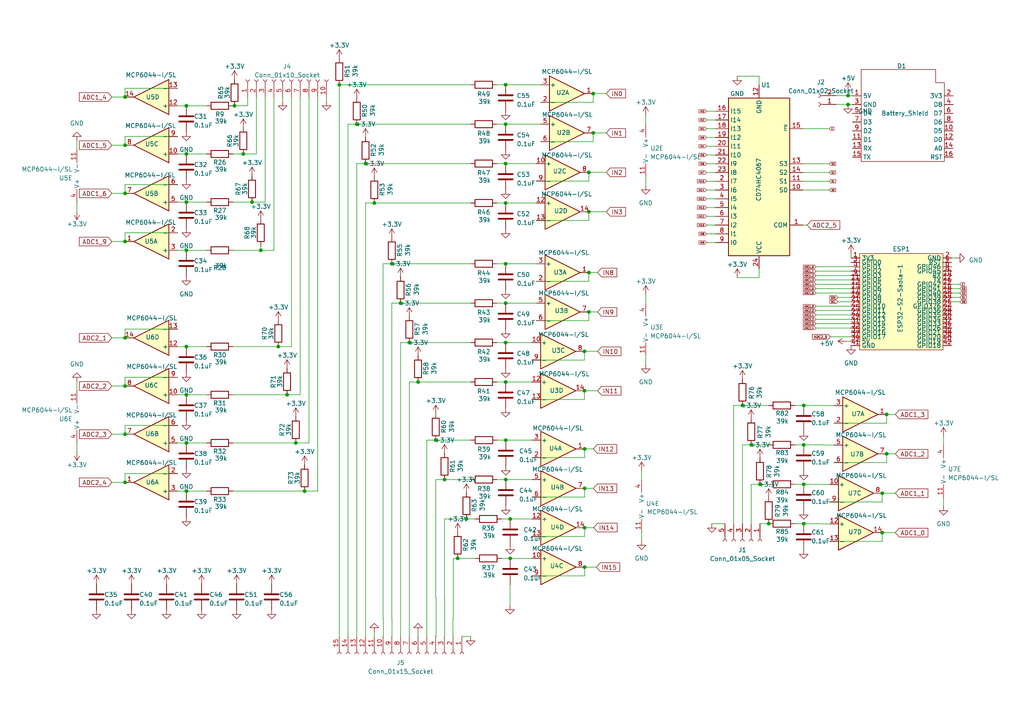
<source format=kicad_sch>
(kicad_sch (version 20230121) (generator eeschema)
  (paper "A4")
  (title_block (title "FSR PCB") (date "31.03.2023") (rev "Vers. 1.0") (company "FAU") (comment 1 "Design by Mohamad Obada Tabak"))
  (lib_symbols
    (symbol "74xx:CD74HC4067M"
      (property "Reference" "U" (at -8.89 22.86 0))
      (property "Value" "CD74HC4067M" (at 1.27 22.86 0))
      (symbol "CD74HC4067M_1_1"
        (pin passive line (at -12.7 12.7 0) (length 3.81) (name "COM") (number "1"))
        (pin input line (at -12.7 2.54 0) (length 3.81) (name "S0") (number "10"))
        (pin input line (at -12.7 0 0) (length 3.81) (name "S1") (number "11"))
        (pin power_in line (at 0 -27.94 90) (length 3.81) (name "GND") (number "12"))
        (pin input line (at -12.7 -5.08 0) (length 3.81) (name "S3") (number "13"))
        (pin input line (at -12.7 -2.54 0) (length 3.81) (name "S2") (number "14"))
        (pin input line (at -12.7 -15.24 0) (length 3.81) (name "~{E}") (number "15"))
        (pin passive line (at 12.7 -20.32 180) (length 3.81) (name "I15") (number "16"))
        (pin passive line (at 12.7 -17.78 180) (length 3.81) (name "I14") (number "17"))
        (pin passive line (at 12.7 -15.24 180) (length 3.81) (name "I13") (number "18"))
        (pin passive line (at 12.7 -12.7 180) (length 3.81) (name "I12") (number "19"))
        (pin passive line (at 12.7 0 180) (length 3.81) (name "I7") (number "2"))
        (pin passive line (at 12.7 -10.16 180) (length 3.81) (name "I11") (number "20"))
        (pin passive line (at 12.7 -7.62 180) (length 3.81) (name "I10") (number "21"))
        (pin passive line (at 12.7 -5.08 180) (length 3.81) (name "I9") (number "22"))
        (pin passive line (at 12.7 -2.54 180) (length 3.81) (name "I8") (number "23"))
        (pin power_in line (at 0 25.4 270) (length 3.81) (name "VCC") (number "24"))
        (pin passive line (at 12.7 2.54 180) (length 3.81) (name "I6") (number "3"))
        (pin passive line (at 12.7 5.08 180) (length 3.81) (name "I5") (number "4"))
        (pin passive line (at 12.7 7.62 180) (length 3.81) (name "I4") (number "5"))
        (pin passive line (at 12.7 10.16 180) (length 3.81) (name "I3") (number "6"))
        (pin passive line (at 12.7 12.7 180) (length 3.81) (name "I2") (number "7"))
        (pin passive line (at 12.7 15.24 180) (length 3.81) (name "I1") (number "8"))
        (pin passive line (at 12.7 17.78 180) (length 3.81) (name "I0") (number "9"))
      )
    )
    (symbol "Amplifier_Operational:LM324" (pin_names (offset 0.127))
      (property "Reference" "U" (at 0 5.08 0))
      (property "Value" "LM324" (at 0 -5.08 0))
      (symbol "LM324_1_1"
        (pin output line (at 7.62 0 180) (length 2.54) (name "~") (number "1"))
        (pin input line (at -7.62 -2.54 0) (length 2.54) (name "-") (number "2"))
        (pin input line (at -7.62 2.54 0) (length 2.54) (name "+") (number "3"))
      )
      (symbol "LM324_2_1"
        (pin input line (at -7.62 2.54 0) (length 2.54) (name "+") (number "5"))
        (pin input line (at -7.62 -2.54 0) (length 2.54) (name "-") (number "6"))
        (pin output line (at 7.62 0 180) (length 2.54) (name "~") (number "7"))
      )
      (symbol "LM324_3_1"
        (pin input line (at -7.62 2.54 0) (length 2.54) (name "+") (number "10"))
        (pin output line (at 7.62 0 180) (length 2.54) (name "~") (number "8"))
        (pin input line (at -7.62 -2.54 0) (length 2.54) (name "-") (number "9"))
      )
      (symbol "LM324_4_1"
        (pin input line (at -7.62 2.54 0) (length 2.54) (name "+") (number "12"))
        (pin input line (at -7.62 -2.54 0) (length 2.54) (name "-") (number "13"))
        (pin output line (at 7.62 0 180) (length 2.54) (name "~") (number "14"))
      )
      (symbol "LM324_5_1"
        (pin power_in line (at -2.54 -7.62 90) (length 3.81) (name "V-") (number "11"))
        (pin power_in line (at -2.54 7.62 270) (length 3.81) (name "V+") (number "4"))
      )
    )
    (symbol "Connector:Conn_01x02_Socket" (pin_names (offset 1.016) hide)
      (property "Reference" "J" (at 0 2.54 0))
      (property "Value" "Conn_01x02_Socket" (at 0 -5.08 0))
      (symbol "Conn_01x02_Socket_1_1"
        (pin passive line (at -5.08 0 0) (length 3.81) (name "Pin_1") (number "1"))
        (pin passive line (at -5.08 -2.54 0) (length 3.81) (name "Pin_2") (number "2"))
      )
    )
    (symbol "Connector:Conn_01x05_Socket" (pin_names (offset 1.016) hide)
      (property "Reference" "J" (at 0 7.62 0))
      (property "Value" "Conn_01x05_Socket" (at 0 -7.62 0))
      (symbol "Conn_01x05_Socket_1_1"
        (pin passive line (at -5.08 5.08 0) (length 3.81) (name "Pin_1") (number "1"))
        (pin passive line (at -5.08 2.54 0) (length 3.81) (name "Pin_2") (number "2"))
        (pin passive line (at -5.08 0 0) (length 3.81) (name "Pin_3") (number "3"))
        (pin passive line (at -5.08 -2.54 0) (length 3.81) (name "Pin_4") (number "4"))
        (pin passive line (at -5.08 -5.08 0) (length 3.81) (name "Pin_5") (number "5"))
      )
    )
    (symbol "Connector:Conn_01x10_Socket" (pin_names (offset 1.016) hide)
      (property "Reference" "J" (at 0 12.7 0))
      (property "Value" "Conn_01x10_Socket" (at 0 -15.24 0))
      (symbol "Conn_01x10_Socket_1_1"
        (pin passive line (at -5.08 10.16 0) (length 3.81) (name "Pin_1") (number "1"))
        (pin passive line (at -5.08 -12.7 0) (length 3.81) (name "Pin_10") (number "10"))
        (pin passive line (at -5.08 7.62 0) (length 3.81) (name "Pin_2") (number "2"))
        (pin passive line (at -5.08 5.08 0) (length 3.81) (name "Pin_3") (number "3"))
        (pin passive line (at -5.08 2.54 0) (length 3.81) (name "Pin_4") (number "4"))
        (pin passive line (at -5.08 0 0) (length 3.81) (name "Pin_5") (number "5"))
        (pin passive line (at -5.08 -2.54 0) (length 3.81) (name "Pin_6") (number "6"))
        (pin passive line (at -5.08 -5.08 0) (length 3.81) (name "Pin_7") (number "7"))
        (pin passive line (at -5.08 -7.62 0) (length 3.81) (name "Pin_8") (number "8"))
        (pin passive line (at -5.08 -10.16 0) (length 3.81) (name "Pin_9") (number "9"))
      )
    )
    (symbol "Connector:Conn_01x15_Socket" (pin_names (offset 1.016) hide)
      (property "Reference" "J" (at 0 20.32 0))
      (property "Value" "Conn_01x15_Socket" (at 0 -20.32 0))
      (symbol "Conn_01x15_Socket_1_1"
        (pin passive line (at -5.08 17.78 0) (length 3.81) (name "Pin_1") (number "1"))
        (pin passive line (at -5.08 -5.08 0) (length 3.81) (name "Pin_10") (number "10"))
        (pin passive line (at -5.08 -7.62 0) (length 3.81) (name "Pin_11") (number "11"))
        (pin passive line (at -5.08 -10.16 0) (length 3.81) (name "Pin_12") (number "12"))
        (pin passive line (at -5.08 -12.7 0) (length 3.81) (name "Pin_13") (number "13"))
        (pin passive line (at -5.08 -15.24 0) (length 3.81) (name "Pin_14") (number "14"))
        (pin passive line (at -5.08 -17.78 0) (length 3.81) (name "Pin_15") (number "15"))
        (pin passive line (at -5.08 15.24 0) (length 3.81) (name "Pin_2") (number "2"))
        (pin passive line (at -5.08 12.7 0) (length 3.81) (name "Pin_3") (number "3"))
        (pin passive line (at -5.08 10.16 0) (length 3.81) (name "Pin_4") (number "4"))
        (pin passive line (at -5.08 7.62 0) (length 3.81) (name "Pin_5") (number "5"))
        (pin passive line (at -5.08 5.08 0) (length 3.81) (name "Pin_6") (number "6"))
        (pin passive line (at -5.08 2.54 0) (length 3.81) (name "Pin_7") (number "7"))
        (pin passive line (at -5.08 0 0) (length 3.81) (name "Pin_8") (number "8"))
        (pin passive line (at -5.08 -2.54 0) (length 3.81) (name "Pin_9") (number "9"))
      )
    )
    (symbol "Device:C" (pin_numbers hide) (pin_names (offset 0.254))
      (property "Reference" "C" (at 0.635 2.54 0))
      (property "Value" "C" (at 0.635 -2.54 0))
      (symbol "C_1_1"
        (pin passive line (at 0 3.81 270) (length 2.794) (name "~") (number "1"))
        (pin passive line (at 0 -3.81 90) (length 2.794) (name "~") (number "2"))
      )
    )
    (symbol "Device:R" (pin_numbers hide) (pin_names (offset 0))
      (property "Reference" "R" (at 2.032 0 90))
      (property "Value" "R" (at 0 0 90))
      (symbol "R_1_1"
        (pin passive line (at 0 3.81 270) (length 1.27) (name "~") (number "1"))
        (pin passive line (at 0 -3.81 90) (length 1.27) (name "~") (number "2"))
      )
    )
    (symbol "New_Library:Battery_Shield"
      (property "Reference" "Battery_Shield" (at 0 0 0))
      (symbol "Battery_Shield_1_1"
        (pin power_in line (at -13.97 6.35 0) (length 2.54) (name "5V") (number "1"))
        (pin bidirectional line (at 15.24 -3.81 180) (length 2.54) (name "D5") (number "10"))
        (pin bidirectional line (at -13.97 -6.35 0) (length 2.54) (name "D1") (number "11"))
        (pin bidirectional line (at 15.24 -6.35 180) (length 2.54) (name "D0") (number "12"))
        (pin bidirectional line (at -13.97 -8.89 0) (length 2.54) (name "RX") (number "13"))
        (pin bidirectional line (at 15.24 -8.89 180) (length 2.54) (name "A0") (number "14"))
        (pin bidirectional line (at -13.97 -11.43 0) (length 2.54) (name "TX") (number "15"))
        (pin input line (at 15.24 -11.43 180) (length 2.54) (name "RST") (number "16"))
        (pin power_in line (at 15.24 6.35 180) (length 2.54) (name "3V3") (number "2"))
        (pin power_out line (at -13.97 3.81 0) (length 2.54) (name "GND") (number "3"))
        (pin bidirectional line (at 15.24 3.81 180) (length 2.54) (name "D8") (number "4"))
        (pin bidirectional line (at -13.97 1.27 0) (length 2.54) (name "D4") (number "5"))
        (pin bidirectional line (at 15.24 1.27 180) (length 2.54) (name "D7") (number "6"))
        (pin bidirectional line (at -13.97 -1.27 0) (length 2.54) (name "D3") (number "7"))
        (pin bidirectional line (at 15.24 -1.27 180) (length 2.54) (name "D6") (number "8"))
        (pin bidirectional line (at -13.97 -3.81 0) (length 2.54) (name "D2") (number "9"))
      )
    )
    (symbol "New_Library:ESP32-S2-WROVER"
      (property "Reference" "ESP-S2-WROVER2" (at 0.635 14.0208 0))
      (property "Value" "~" (at 76.2 -57.15 0))
      (symbol "ESP32-S2-WROVER_1_1"
        (pin power_in line (at -13.97 11.43 0) (length 2.54) (name "3V3") (number "1"))
        (pin input line (at 15.24 6.35 180) (length 2.54) (name "RX") (number "10"))
        (pin bidirectional line (at -13.97 5.08 0) (length 2.54) (name "GPIO4") (number "11"))
        (pin bidirectional line (at 15.24 5.08 180) (length 2.54) (name "TX") (number "12"))
        (pin bidirectional line (at -13.97 3.81 0) (length 2.54) (name "GPIO5") (number "13"))
        (pin bidirectional line (at 15.24 3.81 180) (length 2.54) (name "GPIO42") (number "14"))
        (pin bidirectional line (at -13.97 2.54 0) (length 2.54) (name "GPIO6") (number "15"))
        (pin bidirectional line (at 15.24 2.54 180) (length 2.54) (name "GPIO41") (number "16"))
        (pin bidirectional line (at -13.97 1.27 0) (length 2.54) (name "GPIO7") (number "17"))
        (pin bidirectional line (at 15.24 1.27 180) (length 2.54) (name "GPIO40") (number "18"))
        (pin bidirectional line (at -13.97 0 0) (length 2.54) (name "GPIO8") (number "19"))
        (pin power_out line (at 15.24 11.43 180) (length 2.54) (name "GND") (number "2"))
        (pin bidirectional line (at 15.24 0 180) (length 2.54) (name "GPIO39") (number "20"))
        (pin bidirectional line (at -13.97 -1.27 0) (length 2.54) (name "GPIO9") (number "21"))
        (pin bidirectional line (at 15.24 -1.27 180) (length 2.54) (name "GPIO38") (number "22"))
        (pin input line (at -13.97 -2.54 0) (length 2.54) (name "GPIO10") (number "23"))
        (pin bidirectional line (at 15.24 -2.54 180) (length 2.54) (name "GPIO376") (number "24"))
        (pin bidirectional line (at -13.97 -3.81 0) (length 2.54) (name "GPIO11") (number "25"))
        (pin bidirectional line (at 15.24 -3.81 180) (length 2.54) (name "GPIO36") (number "26"))
        (pin bidirectional line (at -13.97 -5.08 0) (length 2.54) (name "GPIO12") (number "27"))
        (pin bidirectional line (at 15.24 -5.08 180) (length 2.54) (name "GPIO35") (number "28"))
        (pin bidirectional line (at -13.97 -6.35 0) (length 2.54) (name "GPIO13") (number "29"))
        (pin bidirectional line (at -13.97 10.16 0) (length 2.54) (name "GPIO0") (number "3"))
        (pin bidirectional line (at 15.24 -6.35 180) (length 2.54) (name "GPIO34") (number "30"))
        (pin bidirectional line (at -13.97 -7.62 0) (length 2.54) (name "GPIO14") (number "31"))
        (pin bidirectional line (at 15.24 -7.62 180) (length 2.54) (name "GPIO33") (number "32"))
        (pin bidirectional line (at -13.97 -8.89 0) (length 2.54) (name "GPIO15") (number "33"))
        (pin bidirectional line (at 15.24 -8.89 180) (length 2.54) (name "GPIO26") (number "34"))
        (pin bidirectional line (at -13.97 -10.16 0) (length 2.54) (name "GPIO16") (number "35"))
        (pin bidirectional line (at 15.24 -10.16 180) (length 2.54) (name "GPIO21") (number "36"))
        (pin bidirectional line (at -13.97 -11.43 0) (length 2.54) (name "GPIO17") (number "37"))
        (pin bidirectional line (at 15.24 -11.43 180) (length 2.54) (name "GPIO20") (number "38"))
        (pin power_in line (at -13.97 -12.7 0) (length 2.54) (name "5V") (number "39"))
        (pin input line (at 15.24 10.16 180) (length 2.54) (name "RST") (number "4"))
        (pin bidirectional line (at 15.24 -12.7 180) (length 2.54) (name "GPIO19") (number "40"))
        (pin power_out line (at -13.97 -13.97 0) (length 2.54) (name "GND") (number "41"))
        (pin bidirectional line (at 15.24 -13.97 180) (length 2.54) (name "GPIO18") (number "42"))
        (pin bidirectional line (at -13.97 8.89 0) (length 2.54) (name "GPIO1") (number "5"))
        (pin input line (at 15.24 8.89 180) (length 2.54) (name "GPIO46") (number "6"))
        (pin bidirectional line (at -13.97 7.62 0) (length 2.54) (name "GPIO2") (number "7"))
        (pin bidirectional line (at 15.24 7.62 180) (length 2.54) (name "GPIO45") (number "8"))
        (pin bidirectional line (at -13.97 6.35 0) (length 2.54) (name "GPIO3") (number "9"))
      )
    )
    (symbol "power:+3.3V" (power) (pin_names (offset 0))
      (property "Value" "+3.3V" (at 0 3.556 0))
      (symbol "+3.3V_1_1"
        (pin power_in line (at 0 0 90) (length 0) hide (name "+3.3V") (number "1"))
      )
    )
    (symbol "power:+5V" (power) (pin_names (offset 0))
      (property "Value" "+5V" (at 0 3.556 0))
      (symbol "+5V_1_1"
        (pin power_in line (at 0 0 90) (length 0) hide (name "+5V") (number "1"))
      )
    )
    (symbol "power:GND" (power) (pin_names (offset 0))
      (property "Value" "GND" (at 0 -3.81 0))
      (symbol "GND_1_1"
        (pin power_in line (at 0 0 270) (length 0) hide (name "GND") (number "1"))
      )
    )
  )
  (junction (at 36.2712 56.0832))
  (junction (at 245.9736 30.3276))
  (junction (at 170.7896 61.4172))
  (junction (at 170.7896 79.0448))
  (junction (at 146.6596 99.3648))
  (junction (at 169.5704 164.4904))
  (junction (at 169.5196 113.3348))
  (junction (at 88.3412 142.4432))
  (junction (at 146.6596 24.5872))
  (junction (at 80.7212 100.5332))
  (junction (at 98.3996 24.5872))
  (junction (at 169.5704 130.2004))
  (junction (at 220.4212 140.462))
  (junction (at 54.0512 44.6532))
  (junction (at 75.6412 72.5932))
  (junction (at 146.6596 58.8772))
  (junction (at 146.6596 47.4472))
  (junction (at 118.7196 99.3648))
  (junction (at 215.3412 117.602))
  (junction (at 172.0596 27.1272))
  (junction (at 146.6596 36.0172))
  (junction (at 135.2804 150.5204))
  (junction (at 257.1496 131.6228))
  (junction (at 85.8012 128.4732))
  (junction (at 146.7104 139.0904))
  (junction (at 233.1212 129.032))
  (junction (at 68.0212 30.6832))
  (junction (at 146.6596 110.7948))
  (junction (at 36.2712 28.1432))
  (junction (at 255.8796 143.0528))
  (junction (at 233.1212 140.462))
  (junction (at 103.4796 36.0172))
  (junction (at 169.5196 101.9048))
  (junction (at 36.2712 42.1132))
  (junction (at 54.0512 58.6232))
  (junction (at 169.5704 153.0604))
  (junction (at 146.6596 87.9348))
  (junction (at 233.1212 151.892))
  (junction (at 54.0512 142.4432))
  (junction (at 170.7896 90.4748))
  (junction (at 54.0512 72.5932))
  (junction (at 217.8812 129.032))
  (junction (at 146.6596 76.5048))
  (junction (at 54.0512 128.4732))
  (junction (at 233.1212 117.602))
  (junction (at 54.0512 30.6832))
  (junction (at 113.6396 76.5048))
  (junction (at 54.0512 114.5032))
  (junction (at 257.1496 120.1928))
  (junction (at 172.0596 38.5572))
  (junction (at 36.2712 139.9032))
  (junction (at 73.1012 58.6232))
  (junction (at 147.9804 150.5204))
  (junction (at 54.0512 100.5332))
  (junction (at 222.9612 151.892))
  (junction (at 245.9736 27.7368))
  (junction (at 106.0196 47.4472))
  (junction (at 126.3904 127.6604))
  (junction (at 132.7404 161.9504))
  (junction (at 147.9804 161.9504))
  (junction (at 255.8796 154.4828))
  (junction (at 83.2612 114.5032))
  (junction (at 169.5704 141.6304))
  (junction (at 146.7104 127.6604))
  (junction (at 36.2712 111.9632))
  (junction (at 128.9304 139.0904))
  (junction (at 36.2712 125.9332))
  (junction (at 108.5596 58.8772))
  (junction (at 36.2712 97.9932))
  (junction (at 121.2596 110.7948))
  (junction (at 116.1796 87.9348))
  (junction (at 70.5612 44.6532))
  (junction (at 170.7896 49.9872))
  (junction (at 36.2712 70.0532))
  (wire (pts (xy 172.0596 27.1272) (xy 175.8696 27.1272)))
  (wire (pts (xy 94.6912 29.4132) (xy 94.6912 28.1432)))
  (wire (pts (xy 230.5812 117.602) (xy 233.1212 117.602)))
  (wire (pts (xy 144.1196 58.8772) (xy 146.6596 58.8772)))
  (wire (pts (xy 170.7896 90.4748) (xy 173.3296 90.4748)))
  (wire (pts (xy 145.4404 150.5204) (xy 147.9804 150.5204)))
  (wire (pts (xy 170.7896 93.0148) (xy 170.7896 90.4748)))
  (wire (pts (xy 146.6596 110.7948) (xy 154.2796 110.7948)))
  (wire (pts (xy 59.944 30.6832) (xy 54.0512 30.6832)))
  (wire (pts (xy 118.7196 99.3648) (xy 136.4996 99.3648)))
  (wire (pts (xy 113.6396 179.3748) (xy 113.6904 179.3748)))
  (wire (pts (xy 70.5612 44.6532) (xy 74.3712 44.6532)))
  (wire (pts (xy 75.6412 72.5932) (xy 79.4512 72.5932)))
  (wire (pts (xy 238.9632 117.602) (xy 233.1212 117.602)))
  (wire (pts (xy 169.5196 101.9048) (xy 173.3296 101.9048)))
  (wire (pts (xy 169.5704 153.0604) (xy 172.212 153.0604)))
  (wire (pts (xy 111.0996 179.3748) (xy 111.2012 179.3748)))
  (wire (pts (xy 147.9804 169.5704) (xy 147.9296 169.5704)))
  (wire (pts (xy 144.1196 36.0172) (xy 146.6596 36.0172)))
  (wire (pts (xy 126.3904 173.3804) (xy 126.492 173.3804)))
  (wire (pts (xy 36.2712 137.3632) (xy 36.2712 139.9032)))
  (wire (pts (xy 276.0472 87.5284) (xy 278.384 87.5284)))
  (wire (pts (xy 59.944 100.5332) (xy 54.0512 100.5332)))
  (wire (pts (xy 155.5496 52.5272) (xy 170.7896 52.5272)))
  (wire (pts (xy 187.2996 33.4772) (xy 187.2996 36.0172)))
  (wire (pts (xy 145.4404 161.9504) (xy 147.9804 161.9504)))
  (wire (pts (xy 232.8672 55.118) (xy 240.4872 55.118)))
  (wire (pts (xy 236.6772 79.9084) (xy 246.8372 79.9084)))
  (wire (pts (xy 59.944 128.4732) (xy 54.0512 128.4732)))
  (wire (pts (xy 204.9272 52.578) (xy 207.4672 52.578)))
  (wire (pts (xy 186.0804 136.5504) (xy 186.0804 139.0904)))
  (wire (pts (xy 126.492 173.3804) (xy 126.492 184.6072)))
  (wire (pts (xy 237.744 151.9428) (xy 237.744 151.892)))
  (wire (pts (xy 128.9812 173.3804) (xy 128.9812 184.6072)))
  (wire (pts (xy 232.8672 52.578) (xy 240.4872 52.578)))
  (wire (pts (xy 236.6772 77.3684) (xy 246.8372 77.3684)))
  (wire (pts (xy 71.8312 28.1432) (xy 71.8312 30.6832)))
  (wire (pts (xy 273.6596 146.8628) (xy 273.6596 144.3228)))
  (wire (pts (xy 169.5196 115.8748) (xy 169.5196 113.3348)))
  (wire (pts (xy 132.7404 161.9504) (xy 137.8204 161.9504)))
  (wire (pts (xy 51.5112 67.5132) (xy 36.2712 67.5132)))
  (wire (pts (xy 100.9396 36.0172) (xy 103.4796 36.0172)))
  (wire (pts (xy 238.9124 129.0828) (xy 238.9124 129.032)))
  (wire (pts (xy 36.2712 53.5432) (xy 36.2712 56.0832)))
  (wire (pts (xy 237.744 151.892) (xy 233.1212 151.892)))
  (wire (pts (xy 88.3412 142.4432) (xy 92.1512 142.4432)))
  (wire (pts (xy 170.7896 49.9872) (xy 175.8696 49.9872)))
  (wire (pts (xy 204.9272 44.958) (xy 207.4672 44.958)))
  (wire (pts (xy 83.2612 114.5032) (xy 87.0712 114.5032)))
  (wire (pts (xy 74.3712 28.1432) (xy 74.3712 44.6532)))
  (wire (pts (xy 36.2712 95.4532) (xy 36.2712 97.9932)))
  (wire (pts (xy 242.5192 30.2768) (xy 245.9736 30.2768)))
  (wire (pts (xy 230.5812 151.892) (xy 233.1212 151.892)))
  (wire (pts (xy 51.5112 123.3932) (xy 36.2712 123.3932)))
  (wire (pts (xy 238.9632 117.6528) (xy 241.9096 117.6528)))
  (wire (pts (xy 204.9272 32.258) (xy 207.4672 32.258)))
  (wire (pts (xy 113.6396 179.3748) (xy 113.6396 87.9348)))
  (wire (pts (xy 116.1796 99.3648) (xy 118.7196 99.3648)))
  (wire (pts (xy 84.5312 100.5332) (xy 84.5312 28.1432)))
  (wire (pts (xy 257.1496 120.1928) (xy 259.6896 120.1928)))
  (wire (pts (xy 255.8796 154.4828) (xy 259.6896 154.4828)))
  (wire (pts (xy 51.5112 58.6232) (xy 54.0512 58.6232)))
  (wire (pts (xy 204.9272 60.198) (xy 207.4672 60.198)))
  (wire (pts (xy 246.8372 73.5584) (xy 246.8372 74.8284)))
  (wire (pts (xy 204.9272 65.278) (xy 207.4672 65.278)))
  (wire (pts (xy 230.5812 129.032) (xy 233.1212 129.032)))
  (wire (pts (xy 131.4704 161.9504) (xy 132.7404 161.9504)))
  (wire (pts (xy 133.9596 184.6072) (xy 136.4996 184.6072)))
  (wire (pts (xy 276.0472 82.4484) (xy 278.384 82.4484)))
  (wire (pts (xy 220.4212 140.462) (xy 222.9612 140.462)))
  (wire (pts (xy 67.564 58.6232) (xy 73.1012 58.6232)))
  (wire (pts (xy 155.5496 93.0148) (xy 170.7896 93.0148)))
  (wire (pts (xy 144.1196 110.7948) (xy 146.6596 110.7948)))
  (wire (pts (xy 172.0596 29.6672) (xy 172.0596 27.1272)))
  (wire (pts (xy 172.212 153.0096) (xy 172.212 153.0604)))
  (wire (pts (xy 144.1704 127.6604) (xy 146.7104 127.6604)))
  (wire (pts (xy 59.944 44.6532) (xy 54.0512 44.6532)))
  (wire (pts (xy 51.5112 95.4532) (xy 36.2712 95.4532)))
  (wire (pts (xy 204.9272 57.658) (xy 207.4672 57.658)))
  (wire (pts (xy 154.3304 144.1704) (xy 169.5704 144.1704)))
  (wire (pts (xy 236.6772 92.6084) (xy 246.8372 92.6084)))
  (wire (pts (xy 212.8012 151.892) (xy 212.8012 117.602)))
  (wire (pts (xy 128.9304 139.0904) (xy 136.5504 139.0904)))
  (wire (pts (xy 187.2996 85.3948) (xy 187.2996 87.9348)))
  (wire (pts (xy 111.2012 184.6072) (xy 111.0996 184.6072)))
  (wire (pts (xy 128.9304 173.3804) (xy 128.9304 150.5204)))
  (wire (pts (xy 156.8196 41.0972) (xy 172.0596 41.0972)))
  (wire (pts (xy 220.1672 80.518) (xy 220.1672 77.978)))
  (wire (pts (xy 126.3904 127.6604) (xy 136.5504 127.6604)))
  (wire (pts (xy 32.4612 28.1432) (xy 36.2712 28.1432)))
  (wire (pts (xy 187.2996 53.7972) (xy 187.2996 51.2572)))
  (wire (pts (xy 245.9736 27.7876) (xy 247.2436 27.7876)))
  (wire (pts (xy 32.4612 42.1132) (xy 36.2712 42.1132)))
  (wire (pts (xy 245.5672 98.9584) (xy 246.8372 98.9584)))
  (wire (pts (xy 146.6596 36.0172) (xy 156.8196 36.0172)))
  (wire (pts (xy 131.4704 161.9504) (xy 131.4704 179.3748)))
  (wire (pts (xy 144.1196 24.5872) (xy 146.6596 24.5872)))
  (wire (pts (xy 169.5704 164.4904) (xy 172.974 164.4904)))
  (wire (pts (xy 212.8012 117.602) (xy 215.3412 117.602)))
  (wire (pts (xy 146.6596 58.8772) (xy 155.5496 58.8772)))
  (wire (pts (xy 257.1496 131.6228) (xy 259.6896 131.6228)))
  (wire (pts (xy 81.9912 29.4132) (xy 81.9912 28.1432)))
  (wire (pts (xy 204.9272 67.818) (xy 207.4672 67.818)))
  (wire (pts (xy 245.9736 27.7368) (xy 245.9736 27.7876)))
  (wire (pts (xy 126.3904 173.3804) (xy 126.3904 139.0904)))
  (wire (pts (xy 118.7196 110.7948) (xy 121.2596 110.7948)))
  (wire (pts (xy 103.4796 36.0172) (xy 136.4996 36.0172)))
  (wire (pts (xy 51.5112 44.6532) (xy 54.0512 44.6532)))
  (wire (pts (xy 217.8812 151.892) (xy 217.8812 140.462)))
  (wire (pts (xy 111.0996 179.3748) (xy 111.0996 76.5048)))
  (wire (pts (xy 67.564 72.5932) (xy 75.6412 72.5932)))
  (wire (pts (xy 75.6412 71.3232) (xy 75.6412 72.5932)))
  (wire (pts (xy 215.3412 129.032) (xy 217.8812 129.032)))
  (wire (pts (xy 154.3304 167.0304) (xy 169.5704 167.0304)))
  (wire (pts (xy 237.7948 140.462) (xy 233.1212 140.462)))
  (wire (pts (xy 241.9096 122.7328) (xy 257.1496 122.7328)))
  (wire (pts (xy 51.5112 53.5432) (xy 36.2712 53.5432)))
  (wire (pts (xy 169.5704 132.7404) (xy 169.5704 130.2004)))
  (wire (pts (xy 128.9812 184.6072) (xy 128.8796 184.6072)))
  (wire (pts (xy 146.6596 76.5048) (xy 155.5496 76.5048)))
  (wire (pts (xy 76.9112 58.6232) (xy 76.9112 28.1432)))
  (wire (pts (xy 213.8172 80.518) (xy 220.1672 80.518)))
  (wire (pts (xy 51.5112 100.5332) (xy 54.0512 100.5332)))
  (wire (pts (xy 103.4796 47.4472) (xy 106.0196 47.4472)))
  (wire (pts (xy 169.5704 141.6304) (xy 172.1104 141.6304)))
  (wire (pts (xy 51.5112 142.4432) (xy 54.0512 142.4432)))
  (wire (pts (xy 243.0272 87.5284) (xy 246.8372 87.5284)))
  (wire (pts (xy 67.564 128.4732) (xy 85.8012 128.4732)))
  (wire (pts (xy 126.492 184.6072) (xy 126.3396 184.6072)))
  (wire (pts (xy 67.564 142.4432) (xy 88.3412 142.4432)))
  (wire (pts (xy 128.9304 150.5204) (xy 135.2804 150.5204)))
  (wire (pts (xy 36.2712 123.3932) (xy 36.2712 125.9332)))
  (wire (pts (xy 155.5496 81.5848) (xy 170.7896 81.5848)))
  (wire (pts (xy 85.8012 128.4732) (xy 89.6112 128.4732)))
  (wire (pts (xy 144.1196 87.9348) (xy 146.6596 87.9348)))
  (wire (pts (xy 51.5112 109.4232) (xy 36.2712 109.4232)))
  (wire (pts (xy 67.564 100.5332) (xy 80.7212 100.5332)))
  (wire (pts (xy 236.6772 95.1484) (xy 246.8372 95.1484)))
  (wire (pts (xy 255.8796 145.5928) (xy 255.8796 143.0528)))
  (wire (pts (xy 236.6772 82.4484) (xy 246.8372 82.4484)))
  (wire (pts (xy 123.8504 127.6604) (xy 123.8504 127.7112)))
  (wire (pts (xy 154.3304 155.6004) (xy 169.5704 155.6004)))
  (wire (pts (xy 245.9736 30.3276) (xy 247.2436 30.3276)))
  (wire (pts (xy 156.8196 29.6672) (xy 172.0596 29.6672)))
  (wire (pts (xy 238.9632 117.6528) (xy 238.9632 117.602)))
  (wire (pts (xy 169.5704 130.2004) (xy 172.1104 130.2004)))
  (wire (pts (xy 126.3904 139.0904) (xy 128.9304 139.0904)))
  (wire (pts (xy 68.0212 30.6832) (xy 71.8312 30.6832)))
  (wire (pts (xy 108.5596 58.8772) (xy 136.4996 58.8772)))
  (wire (pts (xy 204.9272 37.338) (xy 207.4672 37.338)))
  (wire (pts (xy 146.6596 87.9348) (xy 155.5496 87.9348)))
  (wire (pts (xy 236.6772 91.3384) (xy 246.8372 91.3384)))
  (wire (pts (xy 245.9736 26.5176) (xy 245.9736 27.7368)))
  (wire (pts (xy 73.1012 58.6232) (xy 76.9112 58.6232)))
  (wire (pts (xy 128.9304 173.3804) (xy 128.9812 173.3804)))
  (wire (pts (xy 255.8796 157.0228) (xy 255.8796 154.4828)))
  (wire (pts (xy 276.0472 83.7184) (xy 278.384 83.7184)))
  (wire (pts (xy 32.4612 97.9932) (xy 36.2712 97.9932)))
  (wire (pts (xy 22.3012 61.1632) (xy 22.3012 58.6232)))
  (wire (pts (xy 169.5196 104.4448) (xy 169.5196 101.9048)))
  (wire (pts (xy 51.5112 72.5932) (xy 54.0512 72.5932)))
  (wire (pts (xy 213.8172 22.098) (xy 220.1672 22.098)))
  (wire (pts (xy 22.3012 131.0132) (xy 22.3012 128.4732)))
  (wire (pts (xy 113.6396 87.9348) (xy 116.1796 87.9348)))
  (wire (pts (xy 111.2012 179.3748) (xy 111.2012 184.6072)))
  (wire (pts (xy 236.6772 78.6384) (xy 246.8372 78.6384)))
  (wire (pts (xy 113.6904 184.6072) (xy 113.6396 184.6072)))
  (wire (pts (xy 236.6772 88.7984) (xy 246.8372 88.7984)))
  (wire (pts (xy 241.9096 134.1628) (xy 257.1496 134.1628)))
  (wire (pts (xy 257.1496 134.1628) (xy 257.1496 131.6228)))
  (wire (pts (xy 155.5496 63.9572) (xy 170.7896 63.9572)))
  (wire (pts (xy 146.6596 47.4472) (xy 155.5496 47.4472)))
  (wire (pts (xy 276.0472 84.9884) (xy 278.384 84.9884)))
  (wire (pts (xy 169.5704 155.6004) (xy 169.5704 153.0604)))
  (wire (pts (xy 36.2712 125.9332) (xy 32.4612 125.9332)))
  (wire (pts (xy 121.2596 110.7948) (xy 136.4996 110.7948)))
  (wire (pts (xy 106.0196 58.8772) (xy 108.5596 58.8772)))
  (wire (pts (xy 32.4612 111.9632) (xy 36.2712 111.9632)))
  (wire (pts (xy 204.9272 55.118) (xy 207.4672 55.118)))
  (wire (pts (xy 67.564 30.6832) (xy 68.0212 30.6832)))
  (wire (pts (xy 106.0196 184.6072) (xy 106.0196 58.8772)))
  (wire (pts (xy 123.8504 127.7112) (xy 123.7996 127.7112)))
  (wire (pts (xy 236.6772 93.8784) (xy 246.8372 93.8784)))
  (wire (pts (xy 144.1704 139.0904) (xy 146.7104 139.0904)))
  (wire (pts (xy 131.4704 179.3748) (xy 131.3688 179.3748)))
  (wire (pts (xy 154.2796 115.8748) (xy 169.5196 115.8748)))
  (wire (pts (xy 113.6396 76.5048) (xy 136.4996 76.5048)))
  (wire (pts (xy 236.6772 90.0684) (xy 246.8372 90.0684)))
  (wire (pts (xy 232.8672 50.038) (xy 240.4872 50.038)))
  (wire (pts (xy 217.8812 140.462) (xy 220.4212 140.462)))
  (wire (pts (xy 67.564 44.6532) (xy 70.5612 44.6532)))
  (wire (pts (xy 240.6396 145.5928) (xy 255.8796 145.5928)))
  (wire (pts (xy 243.0272 86.2584) (xy 246.8372 86.2584)))
  (wire (pts (xy 106.0196 47.4472) (xy 136.4996 47.4472)))
  (wire (pts (xy 204.9272 50.038) (xy 207.4672 50.038)))
  (wire (pts (xy 100.9396 184.6072) (xy 100.9396 36.0172)))
  (wire (pts (xy 169.5704 144.1704) (xy 169.5704 141.6304)))
  (wire (pts (xy 59.944 58.6232) (xy 54.0512 58.6232)))
  (wire (pts (xy 204.9272 62.738) (xy 207.4672 62.738)))
  (wire (pts (xy 276.0472 86.2584) (xy 278.384 86.2584)))
  (wire (pts (xy 172.0596 41.0972) (xy 172.0596 38.5572)))
  (wire (pts (xy 237.7948 140.5128) (xy 237.7948 140.462)))
  (wire (pts (xy 220.1672 22.098) (xy 220.1672 24.638)))
  (wire (pts (xy 80.7212 100.5332) (xy 84.5312 100.5332)))
  (wire (pts (xy 51.5112 30.6832) (xy 54.0512 30.6832)))
  (wire (pts (xy 220.4212 151.892) (xy 222.9612 151.892)))
  (wire (pts (xy 170.7896 79.0448) (xy 173.3296 79.0448)))
  (wire (pts (xy 22.3012 40.8432) (xy 22.3012 43.3832)))
  (wire (pts (xy 242.5192 27.7368) (xy 245.9736 27.7368)))
  (wire (pts (xy 147.9296 169.5704) (xy 147.9296 175.5648)))
  (wire (pts (xy 204.9272 70.358) (xy 207.4672 70.358)))
  (wire (pts (xy 172.0596 38.5572) (xy 175.8696 38.5572)))
  (wire (pts (xy 204.9272 42.418) (xy 207.4672 42.418)))
  (wire (pts (xy 236.6772 81.1784) (xy 246.8372 81.1784)))
  (wire (pts (xy 22.3012 110.6932) (xy 22.3012 113.2332)))
  (wire (pts (xy 116.1796 99.3648) (xy 116.1796 184.6072)))
  (wire (pts (xy 36.2712 67.5132) (xy 36.2712 70.0532)))
  (wire (pts (xy 215.3412 151.892) (xy 215.3412 129.032)))
  (wire (pts (xy 67.564 114.5032) (xy 83.2612 114.5032)))
  (wire (pts (xy 92.1512 142.4432) (xy 92.1512 28.1432)))
  (wire (pts (xy 170.7896 61.4172) (xy 175.8696 61.4172)))
  (wire (pts (xy 237.7948 140.5128) (xy 240.6396 140.5128)))
  (wire (pts (xy 36.2712 39.5732) (xy 36.2712 42.1132)))
  (wire (pts (xy 98.3996 24.5872) (xy 136.4996 24.5872)))
  (wire (pts (xy 113.6904 179.3748) (xy 113.6904 184.6072)))
  (wire (pts (xy 51.5112 39.5732) (xy 36.2712 39.5732)))
  (wire (pts (xy 36.2712 139.9032) (xy 32.4612 139.9032)))
  (wire (pts (xy 146.7104 127.6604) (xy 154.3304 127.6604)))
  (wire (pts (xy 170.7896 52.5272) (xy 170.7896 49.9872)))
  (wire (pts (xy 135.2804 150.5204) (xy 137.8204 150.5204)))
  (wire (pts (xy 255.8796 143.0528) (xy 259.6896 143.0528)))
  (wire (pts (xy 240.8428 97.6884) (xy 246.8372 97.6884)))
  (wire (pts (xy 237.744 151.9428) (xy 240.6396 151.9428)))
  (wire (pts (xy 103.4796 184.6072) (xy 103.4796 47.4472)))
  (wire (pts (xy 257.1496 122.7328) (xy 257.1496 120.1928)))
  (wire (pts (xy 51.5112 128.4732) (xy 54.0512 128.4732)))
  (wire (pts (xy 51.5112 137.3632) (xy 36.2712 137.3632)))
  (wire (pts (xy 59.944 72.5932) (xy 54.0512 72.5932)))
  (wire (pts (xy 146.6596 99.3648) (xy 154.2796 99.3648)))
  (wire (pts (xy 245.9736 30.2768) (xy 245.9736 30.3276)))
  (wire (pts (xy 232.8672 47.498) (xy 240.4872 47.498)))
  (wire (pts (xy 217.8812 129.032) (xy 222.9612 129.032)))
  (wire (pts (xy 236.6772 83.7184) (xy 246.8372 83.7184)))
  (wire (pts (xy 204.9272 34.798) (xy 207.4672 34.798)))
  (wire (pts (xy 187.2996 105.7148) (xy 187.2996 103.1748)))
  (wire (pts (xy 121.2596 183.3372) (xy 121.2596 184.6072)))
  (wire (pts (xy 236.6772 84.9884) (xy 246.8372 84.9884)))
  (wire (pts (xy 87.0712 114.5032) (xy 87.0712 28.1432)))
  (wire (pts (xy 123.7996 127.7112) (xy 123.7996 184.6072)))
  (wire (pts (xy 36.2712 70.0532) (xy 32.4612 70.0532)))
  (wire (pts (xy 232.8672 37.338) (xy 240.4872 37.338)))
  (wire (pts (xy 204.9272 47.498) (xy 207.4672 47.498)))
  (wire (pts (xy 131.3688 184.6072) (xy 131.4196 184.6072)))
  (wire (pts (xy 232.8672 65.278) (xy 234.1372 65.278)))
  (wire (pts (xy 204.9272 39.878) (xy 207.4672 39.878)))
  (wire (pts (xy 169.5196 113.3348) (xy 173.3296 113.3348)))
  (wire (pts (xy 240.6396 157.0228) (xy 255.8796 157.0228)))
  (wire (pts (xy 147.9804 161.9504) (xy 154.3304 161.9504)))
  (wire (pts (xy 154.3304 132.7404) (xy 169.5704 132.7404)))
  (wire (pts (xy 154.2796 104.4448) (xy 169.5196 104.4448)))
  (wire (pts (xy 144.1196 76.5048) (xy 146.6596 76.5048)))
  (wire (pts (xy 131.3688 179.3748) (xy 131.3688 184.6072)))
  (wire (pts (xy 276.0472 74.8284) (xy 277.1648 74.8284)))
  (wire (pts (xy 186.0804 156.8704) (xy 186.0804 154.3304)))
  (wire (pts (xy 36.2712 109.4232) (xy 36.2712 111.9632)))
  (wire (pts (xy 146.7104 139.0904) (xy 154.3304 139.0904)))
  (wire (pts (xy 98.3996 184.6072) (xy 98.3996 24.5872)))
  (wire (pts (xy 89.6112 128.4732) (xy 89.6112 28.1432)))
  (wire (pts (xy 238.9124 129.0828) (xy 241.9096 129.0828)))
  (wire (pts (xy 79.4512 72.5932) (xy 79.4512 28.1432)))
  (wire (pts (xy 123.8504 127.6604) (xy 126.3904 127.6604)))
  (wire (pts (xy 51.5112 25.6032) (xy 36.2712 25.6032)))
  (wire (pts (xy 108.5596 183.3372) (xy 108.5596 184.6072)))
  (wire (pts (xy 215.3412 117.602) (xy 222.9612 117.602)))
  (wire (pts (xy 36.2712 25.6032) (xy 36.2712 28.1432)))
  (wire (pts (xy 170.7896 63.9572) (xy 170.7896 61.4172)))
  (wire (pts (xy 118.7196 110.7948) (xy 118.7196 184.6072)))
  (wire (pts (xy 169.5704 167.0304) (xy 169.5704 164.4904)))
  (wire (pts (xy 230.5812 140.462) (xy 233.1212 140.462)))
  (wire (pts (xy 51.5112 114.5032) (xy 54.0512 114.5032)))
  (wire (pts (xy 116.1796 87.9348) (xy 136.4996 87.9348)))
  (wire (pts (xy 273.6596 126.5428) (xy 273.6596 129.0828)))
  (wire (pts (xy 147.9804 150.5204) (xy 154.3304 150.5204)))
  (wire (pts (xy 111.0996 76.5048) (xy 113.6396 76.5048)))
  (wire (pts (xy 206.4512 151.892) (xy 210.2612 151.892)))
  (wire (pts (xy 144.1196 47.4472) (xy 146.6596 47.4472)))
  (wire (pts (xy 170.7896 81.5848) (xy 170.7896 79.0448)))
  (wire (pts (xy 146.6596 24.5872) (xy 156.8196 24.5872)))
  (wire (pts (xy 36.2712 56.0832) (xy 32.4612 56.0832)))
  (wire (pts (xy 238.9124 129.032) (xy 233.1212 129.032)))
  (wire (pts (xy 144.1196 99.3648) (xy 146.6596 99.3648)))
  (wire (pts (xy 59.944 114.5032) (xy 54.0512 114.5032)))
  (wire (pts (xy 59.944 142.4432) (xy 54.0512 142.4432)))
  (global_label "IN7" (shape input) (at 204.9272 50.038 180) (effects (font (size 0.5 0.5))) (property "Intersheetrefs" "${INTERSHEET_REFS}" (effects hide)))
  (global_label "ADC2_3" (shape input) (at 32.4612 125.9332 180) (property "Intersheetrefs" "${INTERSHEET_REFS}" (effects hide)))
  (global_label "ADC2_5" (shape input) (at 240.8428 97.6884 180) (effects (font (size 0.7 0.7))) (property "Intersheetrefs" "${INTERSHEET_REFS}" (effects hide)))
  (global_label "IN15" (shape input) (at 204.9272 52.578 180) (effects (font (size 0.5 0.5))) (property "Intersheetrefs" "${INTERSHEET_REFS}" (effects hide)))
  (global_label "ADC2_4" (shape input) (at 32.4612 139.9032 180) (property "Intersheetrefs" "${INTERSHEET_REFS}" (effects hide)))
  (global_label "ADC1_6" (shape input) (at 32.4612 56.0832 180) (property "Intersheetrefs" "${INTERSHEET_REFS}" (effects hide)))
  (global_label "IN6" (shape input) (at 204.9272 47.498 180) (effects (font (size 0.5 0.5))) (property "Intersheetrefs" "${INTERSHEET_REFS}" (effects hide)))
  (global_label "IN13" (shape input) (at 172.1104 141.6304 0) (property "Intersheetrefs" "${INTERSHEET_REFS}" (effects hide)))
  (global_label "IN12" (shape input) (at 172.1104 130.2004 0) (property "Intersheetrefs" "${INTERSHEET_REFS}" (effects hide)))
  (global_label "ADC1_1" (shape input) (at 259.6896 143.0528 0) (property "Intersheetrefs" "${INTERSHEET_REFS}" (effects hide)))
  (global_label "IN3" (shape input) (at 175.8696 61.4172 0) (property "Intersheetrefs" "${INTERSHEET_REFS}" (effects hide)))
  (global_label "IN11" (shape input) (at 204.9272 62.738 180) (effects (font (size 0.5 0.5))) (property "Intersheetrefs" "${INTERSHEET_REFS}" (effects hide)))
  (global_label "IN9" (shape input) (at 204.9272 70.358 180) (effects (font (size 0.5 0.5))) (property "Intersheetrefs" "${INTERSHEET_REFS}" (effects hide)))
  (global_label "S3" (shape input) (at 278.384 83.7184 0) (effects (font (size 0.5 0.5))) (property "Intersheetrefs" "${INTERSHEET_REFS}" (effects hide)))
  (global_label "S0" (shape input) (at 240.4872 55.118 0) (effects (font (size 0.5 0.5))) (property "Intersheetrefs" "${INTERSHEET_REFS}" (effects hide)))
  (global_label "IN10" (shape input) (at 204.9272 65.278 180) (effects (font (size 0.5 0.5))) (property "Intersheetrefs" "${INTERSHEET_REFS}" (effects hide)))
  (global_label "S2" (shape input) (at 278.384 84.9884 0) (effects (font (size 0.5 0.5))) (property "Intersheetrefs" "${INTERSHEET_REFS}" (effects hide)))
  (global_label "IN1" (shape input) (at 175.8696 38.5572 0) (property "Intersheetrefs" "${INTERSHEET_REFS}" (effects hide)))
  (global_label "IN9" (shape input) (at 173.3296 90.4748 0) (property "Intersheetrefs" "${INTERSHEET_REFS}" (effects hide)))
  (global_label "ADC1_0" (shape input) (at 259.6896 154.4828 0) (property "Intersheetrefs" "${INTERSHEET_REFS}" (effects hide)))
  (global_label "ADC1_2" (shape input) (at 236.6772 79.9084 180) (effects (font (size 0.5 0.5))) (property "Intersheetrefs" "${INTERSHEET_REFS}" (effects hide)))
  (global_label "IN10" (shape input) (at 173.3296 101.9048 0) (property "Intersheetrefs" "${INTERSHEET_REFS}" (effects hide)))
  (global_label "ADC2_1" (shape input) (at 236.6772 91.3384 180) (effects (font (size 0.5 0.5))) (property "Intersheetrefs" "${INTERSHEET_REFS}" (effects hide)))
  (global_label "S1" (shape input) (at 278.384 86.2584 0) (effects (font (size 0.5 0.5))) (property "Intersheetrefs" "${INTERSHEET_REFS}" (effects hide)))
  (global_label "IN3" (shape input) (at 204.9272 32.258 180) (effects (font (size 0.5 0.5))) (property "Intersheetrefs" "${INTERSHEET_REFS}" (effects hide)))
  (global_label "IN12" (shape input) (at 204.9272 57.658 180) (effects (font (size 0.5 0.5))) (property "Intersheetrefs" "${INTERSHEET_REFS}" (effects hide)))
  (global_label "ADC1_0" (shape input) (at 236.6772 77.3684 180) (effects (font (size 0.5 0.5))) (property "Intersheetrefs" "${INTERSHEET_REFS}" (effects hide)))
  (global_label "ADC2_2" (shape input) (at 32.4612 111.9632 180) (property "Intersheetrefs" "${INTERSHEET_REFS}" (effects hide)))
  (global_label "IN0" (shape input) (at 204.9272 39.878 180) (effects (font (size 0.5 0.5))) (property "Intersheetrefs" "${INTERSHEET_REFS}" (effects hide)))
  (global_label "ADC1_9" (shape input) (at 236.6772 88.7984 180) (effects (font (size 0.5 0.5))) (property "Intersheetrefs" "${INTERSHEET_REFS}" (effects hide)))
  (global_label "S3" (shape input) (at 240.4872 47.498 0) (effects (font (size 0.5 0.5))) (property "Intersheetrefs" "${INTERSHEET_REFS}" (effects hide)))
  (global_label "IN8" (shape input) (at 173.3296 79.0448 0) (property "Intersheetrefs" "${INTERSHEET_REFS}" (effects hide)))
  (global_label "IN14" (shape input) (at 204.9272 55.118 180) (effects (font (size 0.5 0.5))) (property "Intersheetrefs" "${INTERSHEET_REFS}" (effects hide)))
  (global_label "IN1" (shape input) (at 204.9272 37.338 180) (effects (font (size 0.5 0.5))) (property "Intersheetrefs" "${INTERSHEET_REFS}" (effects hide)))
  (global_label "E" (shape input) (at 278.384 82.4484 0) (effects (font (size 0.5 0.5))) (property "Intersheetrefs" "${INTERSHEET_REFS}" (effects hide)))
  (global_label "IN2" (shape input) (at 204.9272 34.798 180) (effects (font (size 0.5 0.5))) (property "Intersheetrefs" "${INTERSHEET_REFS}" (effects hide)))
  (global_label "ADC2_2" (shape input) (at 236.6772 92.6084 180) (effects (font (size 0.5 0.5))) (property "Intersheetrefs" "${INTERSHEET_REFS}" (effects hide)))
  (global_label "ADC2_1" (shape input) (at 32.4612 97.9932 180) (property "Intersheetrefs" "${INTERSHEET_REFS}" (effects hide)))
  (global_label "ADC1_3" (shape input) (at 236.6772 81.1784 180) (effects (font (size 0.5 0.5))) (property "Intersheetrefs" "${INTERSHEET_REFS}" (effects hide)))
  (global_label "ADC1_6" (shape input) (at 236.6772 84.9884 180) (effects (font (size 0.5 0.5))) (property "Intersheetrefs" "${INTERSHEET_REFS}" (effects hide)))
  (global_label "S1" (shape input) (at 240.4872 52.578 0) (effects (font (size 0.5 0.5))) (property "Intersheetrefs" "${INTERSHEET_REFS}" (effects hide)))
  (global_label "ADC1_2" (shape input) (at 259.6896 131.6228 0) (property "Intersheetrefs" "${INTERSHEET_REFS}" (effects hide)))
  (global_label "ADC2_0" (shape input) (at 236.6772 90.0684 180) (effects (font (size 0.5 0.5))) (property "Intersheetrefs" "${INTERSHEET_REFS}" (effects hide)))
  (global_label "S2" (shape input) (at 240.4872 50.038 0) (effects (font (size 0.5 0.5))) (property "Intersheetrefs" "${INTERSHEET_REFS}" (effects hide)))
  (global_label "IN5" (shape input) (at 204.9272 44.958 180) (effects (font (size 0.5 0.5))) (property "Intersheetrefs" "${INTERSHEET_REFS}" (effects hide)))
  (global_label "ADC2_4" (shape input) (at 236.6772 95.1484 180) (effects (font (size 0.5 0.5))) (property "Intersheetrefs" "${INTERSHEET_REFS}" (effects hide)))
  (global_label "E" (shape input) (at 240.4872 37.338 0) (effects (font (size 0.5 0.5))) (property "Intersheetrefs" "${INTERSHEET_REFS}" (effects hide)))
  (global_label "ADC1_1" (shape input) (at 236.6772 78.6384 180) (effects (font (size 0.5 0.5))) (property "Intersheetrefs" "${INTERSHEET_REFS}" (effects hide)))
  (global_label "ADC1_3" (shape input) (at 259.6896 120.1928 0) (property "Intersheetrefs" "${INTERSHEET_REFS}" (effects hide)))
  (global_label "IN15" (shape input) (at 172.974 164.4904 0) (property "Intersheetrefs" "${INTERSHEET_REFS}" (effects hide)))
  (global_label "IN8" (shape input) (at 204.9272 67.818 180) (effects (font (size 0.5 0.5))) (property "Intersheetrefs" "${INTERSHEET_REFS}" (effects hide)))
  (global_label "IN0" (shape input) (at 175.8696 27.1272 0) (property "Intersheetrefs" "${INTERSHEET_REFS}" (effects hide)))
  (global_label "ADC1_5" (shape input) (at 236.6772 83.7184 180) (effects (font (size 0.5 0.5))) (property "Intersheetrefs" "${INTERSHEET_REFS}" (effects hide)))
  (global_label "IN14" (shape input) (at 172.212 153.0096 0) (property "Intersheetrefs" "${INTERSHEET_REFS}" (effects hide)))
  (global_label "IN4" (shape input) (at 204.9272 42.418 180) (effects (font (size 0.5 0.5))) (property "Intersheetrefs" "${INTERSHEET_REFS}" (effects hide)))
  (global_label "ADC1_9" (shape input) (at 32.4612 70.0532 180) (property "Intersheetrefs" "${INTERSHEET_REFS}" (effects hide)))
  (global_label "SCL" (shape input) (at 243.0272 87.5284 180) (effects (font (size 0.5 0.5))) (property "Intersheetrefs" "${INTERSHEET_REFS}" (effects hide)))
  (global_label "ADC1_4" (shape input) (at 32.4612 28.1432 180) (property "Intersheetrefs" "${INTERSHEET_REFS}" (effects hide)))
  (global_label "S0" (shape input) (at 278.384 87.5284 0) (effects (font (size 0.5 0.5))) (property "Intersheetrefs" "${INTERSHEET_REFS}" (effects hide)))
  (global_label "ADC2_5" (shape input) (at 234.1372 65.278 0) (property "Intersheetrefs" "${INTERSHEET_REFS}" (effects hide)))
  (global_label "ADC1_5" (shape input) (at 32.4612 42.1132 180) (property "Intersheetrefs" "${INTERSHEET_REFS}" (effects hide)))
  (global_label "ADC1_4" (shape input) (at 236.6772 82.4484 180) (effects (font (size 0.5 0.5))) (property "Intersheetrefs" "${INTERSHEET_REFS}" (effects hide)))
  (global_label "IN13" (shape input) (at 204.9272 60.198 180) (effects (font (size 0.5 0.5))) (property "Intersheetrefs" "${INTERSHEET_REFS}" (effects hide)))
  (global_label "IN11" (shape input) (at 173.3296 113.3348 0) (property "Intersheetrefs" "${INTERSHEET_REFS}" (effects hide)))
  (global_label "ADC2_3" (shape input) (at 236.6772 93.8784 180) (effects (font (size 0.5 0.5))) (property "Intersheetrefs" "${INTERSHEET_REFS}" (effects hide)))
  (global_label "SDA" (shape input) (at 243.0272 86.2584 180) (effects (font (size 0.5 0.5))) (property "Intersheetrefs" "${INTERSHEET_REFS}" (effects hide)))
  (global_label "IN2" (shape input) (at 175.8696 49.9872 0) (property "Intersheetrefs" "${INTERSHEET_REFS}" (effects hide)))
  (symbol (lib_id "power:+3.3V") (at 75.6412 63.7032 0) (unit 1)
    (property "Reference" "#PWR052" (effects hide))
    (property "Value" "+3.3V" (at 75.6412 59.8932 0))
  )
  (symbol (lib_id "Device:R") (at 140.3096 110.7948 270) (unit 1)
    (property "Reference" "R41" (at 140.3096 113.4872 90))
    (property "Value" "39k" (at 140.5636 115.6716 90))
    (property "Footprint" "Resistor_SMD:R_0603_1608Metric_Pad0.98x0.95mm_HandSolder" (effects hide))
    (property "JLCPCB Part" "C2772794" (effects hide))
    (property "MFR Part" "ES03W4F3902T5E" (effects hide))
  )
  (symbol (lib_id "power:+3.3V") (at 126.3904 120.0404 0) (unit 1)
    (property "Reference" "#PWR044" (effects hide))
    (property "Value" "+3.3V" (at 126.3904 116.2304 0))
  )
  (symbol (lib_id "power:+3.3V") (at 116.1796 80.3148 0) (unit 1)
    (property "Reference" "#PWR040" (effects hide))
    (property "Value" "+3.3V" (at 116.1796 76.5048 0))
  )
  (symbol (lib_id "Amplifier_Operational:LM324") (at 161.9504 164.4904 0) (unit 3)
    (property "Reference" "U4" (at 161.4932 164.1348 0))
    (property "Value" "MCP6044-I/SL" (at 161.6456 159.1056 0))
    (property "Footprint" "New-Library:MCP6044ISL" (effects hide))
    (property "Datasheet" "https://datasheet.datasheetarchive.com/originals/distributors/Datasheets-DGA24/1612378.pdf" (effects hide))
    (property "JLCPCB Part" "C50260" (effects hide))
    (property "MFR Part" "MCP6044-I/SL" (effects hide))
  )
  (symbol (lib_id "Amplifier_Operational:LM324") (at 248.2596 143.0528 0) (unit 3)
    (property "Reference" "U7" (at 247.904 143.0528 0))
    (property "Value" "MCP6044-I/SL" (at 249.7836 137.9728 0))
    (property "Footprint" "New-Library:MCP6044ISL" (effects hide))
    (property "Datasheet" "https://datasheet.datasheetarchive.com/originals/distributors/Datasheets-DGA24/1612378.pdf" (effects hide))
    (property "JLCPCB Part" "C50260" (effects hide))
    (property "MFR Part" "MCP6044-I/SL" (effects hide))
  )
  (symbol (lib_id "power:GND") (at 22.3012 40.8432 180) (unit 1)
    (property "Reference" "#PWR070" (effects hide))
    (property "Value" "GND" (at 22.3012 35.7632 0))
  )
  (symbol (lib_id "Amplifier_Operational:LM324") (at 164.4396 27.1272 0) (unit 1)
    (property "Reference" "U2" (at 163.2204 26.8732 0))
    (property "Value" "MCP6044-I/SL" (at 164.4396 20.7772 0))
    (property "Footprint" "New-Library:MCP6044ISL" (effects hide))
    (property "Datasheet" "https://datasheet.datasheetarchive.com/originals/distributors/Datasheets-DGA24/1612378.pdf" (effects hide))
    (property "JLCPCB Part" "C50260" (effects hide))
    (property "MFR Part" "MCP6044-I/SL" (effects hide))
  )
  (symbol (lib_id "Device:R") (at 140.3096 47.4472 270) (unit 1)
    (property "Reference" "R47" (at 140.3096 50.1396 90))
    (property "Value" "39k" (at 140.5636 52.324 90))
    (property "Footprint" "Resistor_SMD:R_0603_1608Metric_Pad0.98x0.95mm_HandSolder" (effects hide))
    (property "JLCPCB Part" "C2772794" (effects hide))
    (property "MFR Part" "ES03W4F3902T5E" (effects hide))
  )
  (symbol (lib_id "power:+3.3V") (at 27.9908 169.3164 0) (unit 1)
    (property "Reference" "#PWR075" (effects hide))
    (property "Value" "+3.3V" (at 27.9908 165.5064 0))
  )
  (symbol (lib_id "Device:C") (at 54.0512 62.4332 0) (unit 1)
    (property "Reference" "C33" (at 56.2356 61.722 0) (effects (justify left)))
    (property "Value" "0.1uF" (at 56.2356 64.262 0) (effects (justify left)))
    (property "Footprint" "Capacitor_SMD:C_0603_1608Metric_Pad1.08x0.95mm_HandSolder" (effects hide))
    (property "JLCPCB Part" "C2762593" (effects hide))
    (property "MFR Part" "CL10A104KA8NNNC" (effects hide))
  )
  (symbol (lib_id "Amplifier_Operational:LM324") (at 43.8912 139.9032 180) (unit 1)
    (property "Reference" "U6" (at 44.196 139.8524 0))
    (property "Value" "MCP6044-I/SL" (at 43.942 134.2136 0))
    (property "Footprint" "New-Library:MCP6044ISL" (effects hide))
    (property "Datasheet" "https://datasheet.datasheetarchive.com/originals/distributors/Datasheets-DGA24/1612378.pdf" (effects hide))
    (property "JLCPCB Part" "C50260" (effects hide))
    (property "MFR Part" "MCP6044-I/SL" (effects hide))
  )
  (symbol (lib_id "power:+3.3V") (at 213.8172 80.518 0) (unit 1)
    (property "Reference" "#PWR08" (effects hide))
    (property "Value" "+3.3V" (at 213.8172 76.708 0))
  )
  (symbol (lib_id "power:GND") (at 54.0512 66.2432 0) (unit 1)
    (property "Reference" "#PWR011" (effects hide))
    (property "Value" "GND" (at 54.0512 71.3232 0))
  )
  (symbol (lib_id "power:GND") (at 38.1508 176.9364 0) (unit 1)
    (property "Reference" "#PWR078" (effects hide))
    (property "Value" "GND" (effects hide))
  )
  (symbol (lib_id "Device:R") (at 140.3096 24.5872 270) (unit 1)
    (property "Reference" "R49" (at 140.3096 27.2796 90))
    (property "Value" "39k" (at 140.5636 29.464 90))
    (property "Footprint" "Resistor_SMD:R_0603_1608Metric_Pad0.98x0.95mm_HandSolder" (effects hide))
    (property "JLCPCB Part" "C2772794" (effects hide))
    (property "MFR Part" "ES03W4F3902T5E" (effects hide))
  )
  (symbol (lib_id "Device:R") (at 75.6412 67.5132 0) (unit 1)
    (property "Reference" "R68" (at 71.6788 67.5132 90))
    (property "Value" "39k" (at 73.5584 67.4624 90))
    (property "Footprint" "Resistor_SMD:R_0603_1608Metric_Pad0.98x0.95mm_HandSolder" (effects hide))
    (property "JLCPCB Part" "C2772794" (effects hide))
    (property "MFR Part" "ES03W4F3902T5E" (effects hide))
  )
  (symbol (lib_id "power:+3.3V") (at 217.8812 121.412 0) (unit 1)
    (property "Reference" "#PWR061" (effects hide))
    (property "Value" "+3.3V" (at 217.8812 117.602 0))
  )
  (symbol (lib_id "Device:C") (at 78.7908 173.1264 0) (unit 1)
    (property "Reference" "C56" (at 81.026 172.466 0) (effects (justify left)))
    (property "Value" "0.1uF" (at 81.026 175.006 0) (effects (justify left)))
    (property "Footprint" "Capacitor_SMD:C_0603_1608Metric_Pad1.08x0.95mm_HandSolder" (effects hide))
    (property "JLCPCB Part" "C2762593" (effects hide))
    (property "MFR Part" "CL10A104KA8NNNC" (effects hide))
  )
  (symbol (lib_id "Device:C") (at 27.9908 173.1264 0) (unit 1)
    (property "Reference" "C35" (at 30.226 172.466 0) (effects (justify left)))
    (property "Value" "0.1uF" (at 30.226 175.006 0) (effects (justify left)))
    (property "Footprint" "Capacitor_SMD:C_0603_1608Metric_Pad1.08x0.95mm_HandSolder" (effects hide))
    (property "JLCPCB Part" "C2762593" (effects hide))
    (property "MFR Part" "CL10A104KA8NNNC" (effects hide))
  )
  (symbol (lib_id "Device:C") (at 233.1212 155.702 0) (unit 1)
    (property "Reference" "C61" (at 235.3056 154.3812 0) (effects (justify left)))
    (property "Value" "0.1uF" (at 235.3056 156.9212 0) (effects (justify left)))
    (property "Footprint" "Capacitor_SMD:C_0603_1608Metric_Pad1.08x0.95mm_HandSolder" (effects hide))
    (property "JLCPCB Part" "C2762593" (effects hide))
    (property "MFR Part" "CL10A104KA8NNNC" (effects hide))
  )
  (symbol (lib_id "Device:R") (at 118.7196 95.5548 0) (unit 1)
    (property "Reference" "R57" (at 121.0056 95.4532 90))
    (property "Value" "39k" (at 123.3424 95.3516 90))
    (property "Footprint" "Resistor_SMD:R_0603_1608Metric_Pad0.98x0.95mm_HandSolder" (effects hide))
    (property "JLCPCB Part" "C2772794" (effects hide))
    (property "MFR Part" "ES03W4F3902T5E" (effects hide))
  )
  (symbol (lib_id "Device:R") (at 113.6396 72.6948 0) (unit 1)
    (property "Reference" "R55" (at 115.9256 72.5932 90))
    (property "Value" "39k" (at 118.2624 72.4916 90))
    (property "Footprint" "Resistor_SMD:R_0603_1608Metric_Pad0.98x0.95mm_HandSolder" (effects hide))
    (property "JLCPCB Part" "C2772794" (effects hide))
    (property "MFR Part" "ES03W4F3902T5E" (effects hide))
  )
  (symbol (lib_id "power:GND") (at 146.6596 43.6372 0) (unit 1)
    (property "Reference" "#PWR032" (effects hide))
    (property "Value" "GND" (effects hide))
  )
  (symbol (lib_id "Device:R") (at 141.6304 150.5204 270) (unit 1)
    (property "Reference" "R36" (at 141.6304 153.2128 90))
    (property "Value" "39k" (at 141.8844 155.3972 90))
    (property "Footprint" "Resistor_SMD:R_0603_1608Metric_Pad0.98x0.95mm_HandSolder" (effects hide))
    (property "JLCPCB Part" "C2772794" (effects hide))
    (property "MFR Part" "ES03W4F3902T5E" (effects hide))
  )
  (symbol (lib_id "Device:C") (at 58.4708 173.1264 0) (unit 1)
    (property "Reference" "C46" (at 60.706 172.466 0) (effects (justify left)))
    (property "Value" "0.1uF" (at 60.706 175.006 0) (effects (justify left)))
    (property "Footprint" "Capacitor_SMD:C_0603_1608Metric_Pad1.08x0.95mm_HandSolder" (effects hide))
    (property "JLCPCB Part" "C2762593" (effects hide))
    (property "MFR Part" "CL10A104KA8NNNC" (effects hide))
  )
  (symbol (lib_id "power:GND") (at 146.7104 146.7104 0) (unit 1)
    (property "Reference" "#PWR022" (effects hide))
    (property "Value" "GND" (effects hide))
  )
  (symbol (lib_id "power:GND") (at 146.7104 135.2804 0) (unit 1)
    (property "Reference" "#PWR023" (effects hide))
    (property "Value" "GND" (effects hide))
  )
  (symbol (lib_id "power:GND") (at 187.2996 53.7972 0) (unit 1)
    (property "Reference" "#PWR029" (effects hide))
    (property "Value" "GND" (at 187.2996 58.8772 0))
  )
  (symbol (lib_id "Amplifier_Operational:LM324") (at 163.1696 79.0448 0) (unit 1)
    (property "Reference" "U3" (at 162.4584 78.994 0))
    (property "Value" "MCP6044-I/SL" (at 163.5252 73.3044 0))
    (property "Footprint" "New-Library:MCP6044ISL" (effects hide))
    (property "Datasheet" "https://datasheet.datasheetarchive.com/originals/distributors/Datasheets-DGA24/1612378.pdf" (effects hide))
    (property "JLCPCB Part" "C50260" (effects hide))
    (property "MFR Part" "MCP6044-I/SL" (effects hide))
  )
  (symbol (lib_id "power:+3.3V") (at 98.3996 16.9672 0) (unit 1)
    (property "Reference" "#PWR035" (effects hide))
    (property "Value" "+3.3V" (at 98.3996 13.1572 0))
  )
  (symbol (lib_id "Device:C") (at 233.1212 132.842 0) (unit 1)
    (property "Reference" "C59" (at 235.3056 131.5212 0) (effects (justify left)))
    (property "Value" "0.1uF" (at 235.3056 134.0612 0) (effects (justify left)))
    (property "Footprint" "Capacitor_SMD:C_0603_1608Metric_Pad1.08x0.95mm_HandSolder" (effects hide))
    (property "JLCPCB Part" "C2762593" (effects hide))
    (property "MFR Part" "CL10A104KA8NNNC" (effects hide))
  )
  (symbol (lib_id "Device:R") (at 80.7212 96.7232 0) (unit 1)
    (property "Reference" "R70" (at 76.7588 96.7232 90))
    (property "Value" "39k" (at 78.6384 96.6724 90))
    (property "Footprint" "Resistor_SMD:R_0603_1608Metric_Pad0.98x0.95mm_HandSolder" (effects hide))
    (property "JLCPCB Part" "C2772794" (effects hide))
    (property "MFR Part" "ES03W4F3902T5E" (effects hide))
  )
  (symbol (lib_id "power:GND") (at 233.1212 125.222 0) (unit 1)
    (property "Reference" "#PWR066" (effects hide))
    (property "Value" "GND" (effects hide))
  )
  (symbol (lib_id "power:+3.3V") (at 88.3412 134.8232 0) (unit 1)
    (property "Reference" "#PWR057" (effects hide))
    (property "Value" "+3.3V" (at 88.3412 131.0132 0))
  )
  (symbol (lib_id "power:GND") (at 54.0512 108.1532 0) (unit 1)
    (property "Reference" "#PWR014" (effects hide))
    (property "Value" "GND" (at 54.0512 113.2332 0))
  )
  (symbol (lib_id "Device:C") (at 146.7104 131.4704 0) (unit 1)
    (property "Reference" "C45" (at 150.5204 130.8354 0) (effects (justify left)))
    (property "Value" "0.1uF" (at 150.5204 133.3754 0) (effects (justify left)))
    (property "Footprint" "Capacitor_SMD:C_0603_1608Metric_Pad1.08x0.95mm_HandSolder" (effects hide))
    (property "JLCPCB Part" "C2762593" (effects hide))
    (property "MFR Part" "CL10A104KA8NNNC" (effects hide))
  )
  (symbol (lib_id "Device:R") (at 128.9304 135.2804 0) (unit 1)
    (property "Reference" "R61" (at 131.2164 135.1788 90))
    (property "Value" "39k" (at 133.5532 135.0772 90))
    (property "Footprint" "Resistor_SMD:R_0603_1608Metric_Pad0.98x0.95mm_HandSolder" (effects hide))
    (property "JLCPCB Part" "C2772794" (effects hide))
    (property "MFR Part" "ES03W4F3902T5E" (effects hide))
  )
  (symbol (lib_id "Connector:Conn_01x05_Socket") (at 215.3412 156.972 270) (unit 1)
    (property "Reference" "J1" (at 215.3412 159.512 90))
    (property "Value" "Conn_01x05_Socket" (at 215.3412 162.052 90))
    (property "Footprint" "Connector_PinSocket_2.54mm:PinSocket_1x05_P2.54mm_Vertical" (effects hide))
  )
  (symbol (lib_id "power:GND") (at 147.9804 158.1404 0) (unit 1)
    (property "Reference" "#PWR020" (effects hide))
    (property "Value" "GND" (effects hide))
  )
  (symbol (lib_id "power:GND") (at 187.2996 105.7148 0) (unit 1)
    (property "Reference" "#PWR043" (effects hide))
    (property "Value" "GND" (at 187.2996 110.7948 0))
  )
  (symbol (lib_id "power:GND") (at 146.6596 55.0672 0) (unit 1)
    (property "Reference" "#PWR031" (effects hide))
    (property "Value" "GND" (effects hide))
  )
  (symbol (lib_id "power:+3.3V") (at 48.3108 169.3164 0) (unit 1)
    (property "Reference" "#PWR079" (effects hide))
    (property "Value" "+3.3V" (at 48.3108 165.5064 0))
  )
  (symbol (lib_id "Device:C") (at 146.6596 91.7448 0) (unit 1)
    (property "Reference" "C49" (at 149.8346 91.1098 0) (effects (justify left)))
    (property "Value" "0.1uF" (at 149.8346 93.6498 0) (effects (justify left)))
    (property "Footprint" "Capacitor_SMD:C_0603_1608Metric_Pad1.08x0.95mm_HandSolder" (effects hide))
    (property "JLCPCB Part" "C2762593" (effects hide))
    (property "MFR Part" "CL10A104KA8NNNC" (effects hide))
  )
  (symbol (lib_id "Device:C") (at 54.0512 104.3432 0) (unit 1)
    (property "Reference" "C36" (at 56.2356 103.632 0) (effects (justify left)))
    (property "Value" "0.1uF" (at 56.2356 106.172 0) (effects (justify left)))
    (property "Footprint" "Capacitor_SMD:C_0603_1608Metric_Pad1.08x0.95mm_HandSolder" (effects hide))
    (property "JLCPCB Part" "C2762593" (effects hide))
    (property "MFR Part" "CL10A104KA8NNNC" (effects hide))
  )
  (symbol (lib_id "Amplifier_Operational:LM324") (at 161.9504 141.6304 0) (unit 2)
    (property "Reference" "U4" (at 161.6964 141.3256 0))
    (property "Value" "MCP6044-I/SL" (at 161.6964 136.144 0))
    (property "Footprint" "New-Library:MCP6044ISL" (effects hide))
    (property "Datasheet" "https://datasheet.datasheetarchive.com/originals/distributors/Datasheets-DGA24/1612378.pdf" (effects hide))
    (property "JLCPCB Part" "C50260" (effects hide))
    (property "MFR Part" "MCP6044-I/SL" (effects hide))
  )
  (symbol (lib_id "power:GND") (at 277.1648 74.8284 90) (unit 1)
    (property "Reference" "#PWR05" (effects hide))
    (property "Value" "GND" (at 280.9748 75.4634 90) (effects (justify right)))
  )
  (symbol (lib_id "Amplifier_Operational:LM324") (at 163.1696 61.4172 0) (unit 4)
    (property "Reference" "U2" (at 162.6616 61.1632 0))
    (property "Value" "MCP6044-I/SL" (at 164.338 56.2864 0))
    (property "Footprint" "New-Library:MCP6044ISL" (effects hide))
    (property "Datasheet" "https://datasheet.datasheetarchive.com/originals/distributors/Datasheets-DGA24/1612378.pdf" (effects hide))
    (property "JLCPCB Part" "C50260" (effects hide))
    (property "MFR Part" "MCP6044-I/SL" (effects hide))
  )
  (symbol (lib_id "Device:R") (at 121.2596 106.9848 0) (unit 1)
    (property "Reference" "R58" (at 123.5456 106.8832 90))
    (property "Value" "39k" (at 125.8824 106.7816 90))
    (property "Footprint" "Resistor_SMD:R_0603_1608Metric_Pad0.98x0.95mm_HandSolder" (effects hide))
    (property "JLCPCB Part" "C2772794" (effects hide))
    (property "MFR Part" "ES03W4F3902T5E" (effects hide))
  )
  (symbol (lib_id "Device:R") (at 222.9612 148.082 0) (unit 1)
    (property "Reference" "R79" (at 225.6028 148.1836 90))
    (property "Value" "39k" (at 227.8888 148.082 90))
    (property "Footprint" "Resistor_SMD:R_0603_1608Metric_Pad0.98x0.95mm_HandSolder" (effects hide))
    (property "JLCPCB Part" "C2772794" (effects hide))
    (property "MFR Part" "ES03W4F3902T5E" (effects hide))
  )
  (symbol (lib_id "Device:R") (at 226.7712 140.462 270) (unit 1)
    (property "Reference" "R84" (at 226.8728 142.748 90))
    (property "Value" "39k" (at 226.9236 145.034 90))
    (property "Footprint" "Resistor_SMD:R_0603_1608Metric_Pad0.98x0.95mm_HandSolder" (effects hide))
    (property "JLCPCB Part" "C2772794" (effects hide))
    (property "MFR Part" "ES03W4F3902T5E" (effects hide))
  )
  (symbol (lib_id "Device:C") (at 147.9804 165.7604 0) (unit 1)
    (property "Reference" "C43" (at 151.7904 165.1254 0) (effects (justify left)))
    (property "Value" "0.1uF" (at 151.7904 167.6654 0) (effects (justify left)))
    (property "Footprint" "Capacitor_SMD:C_0603_1608Metric_Pad1.08x0.95mm_HandSolder" (effects hide))
    (property "JLCPCB Part" "C2762593" (effects hide))
    (property "MFR Part" "CL10A104KA8NNNC" (effects hide))
  )
  (symbol (lib_id "Device:R") (at 140.3096 76.5048 270) (unit 1)
    (property "Reference" "R44" (at 140.3096 79.1972 90))
    (property "Value" "39k" (at 140.5636 81.3816 90))
    (property "Footprint" "Resistor_SMD:R_0603_1608Metric_Pad0.98x0.95mm_HandSolder" (effects hide))
    (property "JLCPCB Part" "C2772794" (effects hide))
    (property "MFR Part" "ES03W4F3902T5E" (effects hide))
  )
  (symbol (lib_id "Device:R") (at 88.3412 138.6332 0) (unit 1)
    (property "Reference" "R73" (at 84.3788 138.6332 90))
    (property "Value" "39k" (at 86.2584 138.5824 90))
    (property "Footprint" "Resistor_SMD:R_0603_1608Metric_Pad0.98x0.95mm_HandSolder" (effects hide))
    (property "JLCPCB Part" "C2772794" (effects hide))
    (property "MFR Part" "ES03W4F3902T5E" (effects hide))
  )
  (symbol (lib_id "Device:C") (at 233.1212 144.272 0) (unit 1)
    (property "Reference" "C60" (at 235.3056 142.9512 0) (effects (justify left)))
    (property "Value" "0.1uF" (at 235.3056 145.4912 0) (effects (justify left)))
    (property "Footprint" "Capacitor_SMD:C_0603_1608Metric_Pad1.08x0.95mm_HandSolder" (effects hide))
    (property "JLCPCB Part" "C2762593" (effects hide))
    (property "MFR Part" "CL10A104KA8NNNC" (effects hide))
  )
  (symbol (lib_id "Device:R") (at 140.3096 87.9348 270) (unit 1)
    (property "Reference" "R43" (at 140.3096 90.6272 90))
    (property "Value" "39k" (at 140.5636 92.8116 90))
    (property "Footprint" "Resistor_SMD:R_0603_1608Metric_Pad0.98x0.95mm_HandSolder" (effects hide))
    (property "JLCPCB Part" "C2772794" (effects hide))
    (property "MFR Part" "ES03W4F3902T5E" (effects hide))
  )
  (symbol (lib_id "power:GND") (at 146.6596 95.5548 0) (unit 1)
    (property "Reference" "#PWR027" (effects hide))
    (property "Value" "GND" (effects hide))
  )
  (symbol (lib_id "Amplifier_Operational:LM324") (at 248.2596 154.4828 0) (unit 4)
    (property "Reference" "U7" (at 248.0056 154.2796 0))
    (property "Value" "MCP6044-I/SL" (at 249.8344 149.5552 0))
    (property "Footprint" "New-Library:MCP6044ISL" (effects hide))
    (property "Datasheet" "https://datasheet.datasheetarchive.com/originals/distributors/Datasheets-DGA24/1612378.pdf" (effects hide))
    (property "JLCPCB Part" "C50260" (effects hide))
    (property "MFR Part" "MCP6044-I/SL" (effects hide))
  )
  (symbol (lib_id "Amplifier_Operational:LM324") (at 276.1996 136.7028 0) (unit 5)
    (property "Reference" "U7" (at 274.9296 136.0678 0) (effects (justify left)))
    (property "Value" "MCP6044-I/SL" (at 274.9296 138.6078 0) (effects (justify left)))
    (property "Footprint" "New-Library:MCP6044ISL" (effects hide))
    (property "Datasheet" "https://datasheet.datasheetarchive.com/originals/distributors/Datasheets-DGA24/1612378.pdf" (effects hide))
    (property "JLCPCB Part" "C50260" (effects hide))
    (property "MFR Part" "MCP6044-I/SL" (effects hide))
  )
  (symbol (lib_id "power:+3.3V") (at 121.2596 103.1748 0) (unit 1)
    (property "Reference" "#PWR042" (effects hide))
    (property "Value" "+3.3V" (at 121.2596 99.3648 0))
  )
  (symbol (lib_id "Device:C") (at 146.6596 51.2572 0) (unit 1)
    (property "Reference" "C53" (at 149.8346 50.6222 0) (effects (justify left)))
    (property "Value" "0.1uF" (at 149.8346 53.1622 0) (effects (justify left)))
    (property "Footprint" "Capacitor_SMD:C_0603_1608Metric_Pad1.08x0.95mm_HandSolder" (effects hide))
    (property "JLCPCB Part" "C2762593" (effects hide))
    (property "MFR Part" "CL10A104KA8NNNC" (effects hide))
  )
  (symbol (lib_id "Amplifier_Operational:LM324") (at 43.8912 56.0832 180) (unit 2)
    (property "Reference" "U5" (at 43.9928 56.134 0))
    (property "Value" "MCP6044-I/SL" (at 43.5356 50.8 0))
    (property "Footprint" "New-Library:MCP6044ISL" (effects hide))
    (property "Datasheet" "https://datasheet.datasheetarchive.com/originals/distributors/Datasheets-DGA24/1612378.pdf" (effects hide))
    (property "JLCPCB Part" "C50260" (effects hide))
    (property "MFR Part" "MCP6044-I/SL" (effects hide))
  )
  (symbol (lib_id "power:GND") (at 22.3012 110.6932 180) (unit 1)
    (property "Reference" "#PWR071" (effects hide))
    (property "Value" "GND" (at 22.3012 105.6132 0))
  )
  (symbol (lib_id "74xx:CD74HC4067M") (at 220.1672 52.578 180) (unit 1)
    (property "Reference" "U1" (at 220.7513 24.638 0) (effects (justify right)))
    (property "Value" "CD74HC4067" (at 220.0656 58.42 90) (effects (justify right)))
    (property "Footprint" "Package_SO:SOIC-24W_7.5x15.4mm_P1.27mm" (effects hide))
    (property "Datasheet" "http://www.ti.com/lit/ds/symlink/cd74hc4067.pdf" (effects hide))
    (property "JLCPCB Part" "C1545936" (effects hide))
    (property "MFR Part" "CD74HC4067M" (effects hide))
  )
  (symbol (lib_id "Device:C") (at 54.0512 34.4932 0) (unit 1)
    (property "Reference" "C31" (at 56.2356 33.782 0) (effects (justify left)))
    (property "Value" "0.1uF" (at 56.2356 36.322 0) (effects (justify left)))
    (property "Footprint" "Capacitor_SMD:C_0603_1608Metric_Pad1.08x0.95mm_HandSolder" (effects hide))
    (property "JLCPCB Part" "C2762593" (effects hide))
    (property "MFR Part" "CL10A104KA8NNNC" (effects hide))
  )
  (symbol (lib_id "power:+3.3V") (at 70.5612 37.0332 0) (unit 1)
    (property "Reference" "#PWR050" (effects hide))
    (property "Value" "+3.3V" (at 70.5612 33.2232 0))
  )
  (symbol (lib_id "Device:R") (at 220.4212 136.652 0) (unit 1)
    (property "Reference" "R78" (at 223.0628 136.7536 90))
    (property "Value" "39k" (at 225.3488 136.652 90))
    (property "Footprint" "Resistor_SMD:R_0603_1608Metric_Pad0.98x0.95mm_HandSolder" (effects hide))
    (property "JLCPCB Part" "C2772794" (effects hide))
    (property "MFR Part" "ES03W4F3902T5E" (effects hide))
  )
  (symbol (lib_id "power:+3.3V") (at 106.0196 39.8272 0) (unit 1)
    (property "Reference" "#PWR036" (effects hide))
    (property "Value" "+3.3V" (at 106.0196 36.0172 0))
  )
  (symbol (lib_id "Device:R") (at 226.7712 151.892 270) (unit 1)
    (property "Reference" "R85" (at 226.8728 154.178 90))
    (property "Value" "39k" (at 226.9236 156.464 90))
    (property "Footprint" "Resistor_SMD:R_0603_1608Metric_Pad0.98x0.95mm_HandSolder" (effects hide))
    (property "JLCPCB Part" "C2772794" (effects hide))
    (property "MFR Part" "ES03W4F3902T5E" (effects hide))
  )
  (symbol (lib_id "Connector:Conn_01x15_Socket") (at 116.1796 189.6872 270) (unit 1)
    (property "Reference" "J5" (at 116.1796 192.2272 90))
    (property "Value" "Conn_01x15_Socket" (at 116.1796 194.7672 90))
    (property "Footprint" "Connector_PinSocket_2.54mm:PinSocket_1x15_P2.54mm_Vertical" (effects hide))
  )
  (symbol (lib_id "power:+3.3V") (at 58.4708 169.3164 0) (unit 1)
    (property "Reference" "#PWR081" (effects hide))
    (property "Value" "+3.3V" (at 58.4708 165.5064 0))
  )
  (symbol (lib_id "Device:R") (at 217.8812 125.222 0) (unit 1)
    (property "Reference" "R77" (at 220.5228 125.3236 90))
    (property "Value" "39k" (at 222.8088 125.222 90))
    (property "Footprint" "Resistor_SMD:R_0603_1608Metric_Pad0.98x0.95mm_HandSolder" (effects hide))
    (property "JLCPCB Part" "C2772794" (effects hide))
    (property "MFR Part" "ES03W4F3902T5E" (effects hide))
  )
  (symbol (lib_id "power:GND") (at 68.6308 176.9364 0) (unit 1)
    (property "Reference" "#PWR084" (effects hide))
    (property "Value" "GND" (effects hide))
  )
  (symbol (lib_id "Connector:Conn_01x02_Socket") (at 237.4392 30.2768 180) (unit 1)
    (property "Reference" "J2" (at 238.0742 23.8252 0))
    (property "Value" "Conn_01x02_Socket" (at 238.0742 26.3652 0))
    (property "Footprint" "Connector_PinSocket_2.54mm:PinSocket_1x02_P2.54mm_Vertical" (effects hide))
  )
  (symbol (lib_id "Amplifier_Operational:LM324") (at 161.9504 153.0604 0) (unit 4)
    (property "Reference" "U4" (at 161.6456 152.908 0))
    (property "Value" "MCP6044-I/SL" (at 161.6964 147.6248 0))
    (property "Footprint" "New-Library:MCP6044ISL" (effects hide))
    (property "Datasheet" "https://datasheet.datasheetarchive.com/originals/distributors/Datasheets-DGA24/1612378.pdf" (effects hide))
    (property "JLCPCB Part" "C50260" (effects hide))
    (property "MFR Part" "MCP6044-I/SL" (effects hide))
  )
  (symbol (lib_id "Device:R") (at 85.8012 124.6632 0) (unit 1)
    (property "Reference" "R72" (at 81.8388 124.6632 90))
    (property "Value" "39k" (at 83.7184 124.6124 90))
    (property "Footprint" "Resistor_SMD:R_0603_1608Metric_Pad0.98x0.95mm_HandSolder" (effects hide))
    (property "JLCPCB Part" "C2772794" (effects hide))
    (property "MFR Part" "ES03W4F3902T5E" (effects hide))
  )
  (symbol (lib_id "Amplifier_Operational:LM324") (at 43.8912 42.1132 180) (unit 3)
    (property "Reference" "U5" (at 44.0436 41.7576 0))
    (property "Value" "MCP6044-I/SL" (at 43.688 36.4744 0))
    (property "Footprint" "New-Library:MCP6044ISL" (effects hide))
    (property "Datasheet" "https://datasheet.datasheetarchive.com/originals/distributors/Datasheets-DGA24/1612378.pdf" (effects hide))
    (property "JLCPCB Part" "C50260" (effects hide))
    (property "MFR Part" "MCP6044-I/SL" (effects hide))
  )
  (symbol (lib_id "power:+3.3V") (at 246.8372 73.5584 0) (unit 1)
    (property "Reference" "#PWR06" (effects hide))
    (property "Value" "+3.3V" (at 246.8372 69.7484 0))
  )
  (symbol (lib_id "power:GND") (at 233.1212 159.512 0) (unit 1)
    (property "Reference" "#PWR069" (effects hide))
    (property "Value" "GND" (effects hide))
  )
  (symbol (lib_id "power:GND") (at 54.0512 80.2132 0) (unit 1)
    (property "Reference" "#PWR012" (effects hide))
    (property "Value" "GND" (at 54.0512 85.2932 0))
  )
  (symbol (lib_id "Amplifier_Operational:LM324") (at 189.8396 95.5548 0) (unit 5)
    (property "Reference" "U3" (at 188.5696 94.9198 0) (effects (justify left)))
    (property "Value" "MCP6044-I/SL" (at 188.5696 97.4598 0) (effects (justify left)))
    (property "Footprint" "New-Library:MCP6044ISL" (effects hide))
    (property "Datasheet" "https://datasheet.datasheetarchive.com/originals/distributors/Datasheets-DGA24/1612378.pdf" (effects hide))
    (property "JLCPCB Part" "C50260" (effects hide))
    (property "MFR Part" "MCP6044-I/SL" (effects hide))
  )
  (symbol (lib_id "power:+3.3V") (at 187.2996 33.4772 0) (unit 1)
    (property "Reference" "#PWR024" (effects hide))
    (property "Value" "+3.3V" (at 187.2996 29.6672 0))
  )
  (symbol (lib_id "Amplifier_Operational:LM324") (at 161.8996 101.9048 0) (unit 3)
    (property "Reference" "U3" (at 161.9504 101.6508 0))
    (property "Value" "MCP6044-I/SL" (at 163.4236 97.028 0))
    (property "Footprint" "New-Library:MCP6044ISL" (effects hide))
    (property "Datasheet" "https://datasheet.datasheetarchive.com/originals/distributors/Datasheets-DGA24/1612378.pdf" (effects hide))
    (property "JLCPCB Part" "C50260" (effects hide))
    (property "MFR Part" "MCP6044-I/SL" (effects hide))
  )
  (symbol (lib_id "Device:C") (at 146.6596 114.6048 0) (unit 1)
    (property "Reference" "C47" (at 149.8346 113.9698 0) (effects (justify left)))
    (property "Value" "0.1uF" (at 149.8346 116.5098 0) (effects (justify left)))
    (property "Footprint" "Capacitor_SMD:C_0603_1608Metric_Pad1.08x0.95mm_HandSolder" (effects hide))
    (property "JLCPCB Part" "C2762593" (effects hide))
    (property "MFR Part" "CL10A104KA8NNNC" (effects hide))
  )
  (symbol (lib_id "Amplifier_Operational:LM324") (at 161.9504 130.2004 0) (unit 1)
    (property "Reference" "U4" (at 161.1376 130.048 0))
    (property "Value" "MCP6044-I/SL" (at 161.798 124.206 0))
    (property "Footprint" "New-Library:MCP6044ISL" (effects hide))
    (property "Datasheet" "https://datasheet.datasheetarchive.com/originals/distributors/Datasheets-DGA24/1612378.pdf" (effects hide))
    (property "JLCPCB Part" "C50260" (effects hide))
    (property "MFR Part" "MCP6044-I/SL" (effects hide))
  )
  (symbol (lib_id "Device:R") (at 140.3604 139.0904 270) (unit 1)
    (property "Reference" "R38" (at 140.3604 141.7828 90))
    (property "Value" "39k" (at 140.6144 143.9672 90))
    (property "Footprint" "Resistor_SMD:R_0603_1608Metric_Pad0.98x0.95mm_HandSolder" (effects hide))
    (property "JLCPCB Part" "C2772794" (effects hide))
    (property "MFR Part" "ES03W4F3902T5E" (effects hide))
  )
  (symbol (lib_id "Device:C") (at 147.9804 154.3304 0) (unit 1)
    (property "Reference" "C42" (at 151.7904 153.6954 0) (effects (justify left)))
    (property "Value" "0.1uF" (at 151.7904 156.2354 0) (effects (justify left)))
    (property "Footprint" "Capacitor_SMD:C_0603_1608Metric_Pad1.08x0.95mm_HandSolder" (effects hide))
    (property "JLCPCB Part" "C2762593" (effects hide))
    (property "MFR Part" "CL10A104KA8NNNC" (effects hide))
  )
  (symbol (lib_id "Amplifier_Operational:LM324") (at 43.8912 28.1432 180) (unit 4)
    (property "Reference" "U5" (at 44.2976 28.1432 0))
    (property "Value" "MCP6044-I/SL" (at 43.7896 21.7424 0))
    (property "Footprint" "New-Library:MCP6044ISL" (effects hide))
    (property "Datasheet" "https://datasheet.datasheetarchive.com/originals/distributors/Datasheets-DGA24/1612378.pdf" (effects hide))
    (property "JLCPCB Part" "C50260" (effects hide))
    (property "MFR Part" "MCP6044-I/SL" (effects hide))
  )
  (symbol (lib_id "power:+3.3V") (at 22.3012 131.0132 180) (unit 1)
    (property "Reference" "#PWR072" (effects hide))
    (property "Value" "+3.3V" (at 22.3012 134.8232 0))
  )
  (symbol (lib_id "Device:R") (at 98.3996 20.7772 0) (unit 1)
    (property "Reference" "R51" (at 100.6856 20.6756 90))
    (property "Value" "39k" (at 103.0224 20.574 90))
    (property "Footprint" "Resistor_SMD:R_0603_1608Metric_Pad0.98x0.95mm_HandSolder" (effects hide))
    (property "JLCPCB Part" "C2772794" (effects hide))
    (property "MFR Part" "ES03W4F3902T5E" (effects hide))
  )
  (symbol (lib_id "Device:C") (at 54.0512 76.4032 0) (unit 1)
    (property "Reference" "C34" (at 56.2356 75.692 0) (effects (justify left)))
    (property "Value" "0.1uF" (at 56.2356 78.232 0) (effects (justify left)))
    (property "Footprint" "Capacitor_SMD:C_0603_1608Metric_Pad1.08x0.95mm_HandSolder" (effects hide))
    (property "JLCPCB Part" "C2762593" (effects hide))
    (property "MFR Part" "CL10A104KA8NNNC" (effects hide))
  )
  (symbol (lib_id "Device:R") (at 132.7404 158.1404 0) (unit 1)
    (property "Reference" "R62" (at 135.0264 158.0388 90))
    (property "Value" "39k" (at 137.3632 157.9372 90))
    (property "Footprint" "Resistor_SMD:R_0603_1608Metric_Pad0.98x0.95mm_HandSolder" (effects hide))
    (property "JLCPCB Part" "C2772794" (effects hide))
    (property "MFR Part" "ES03W4F3902T5E" (effects hide))
  )
  (symbol (lib_id "Device:R") (at 103.4796 32.2072 0) (unit 1)
    (property "Reference" "R50" (at 105.7656 32.1056 90))
    (property "Value" "39k" (at 108.1024 32.004 90))
    (property "Footprint" "Resistor_SMD:R_0603_1608Metric_Pad0.98x0.95mm_HandSolder" (effects hide))
    (property "JLCPCB Part" "C2772794" (effects hide))
    (property "MFR Part" "ES03W4F3902T5E" (effects hide))
  )
  (symbol (lib_id "Device:C") (at 54.0512 132.2832 0) (unit 1)
    (property "Reference" "C38" (at 56.2356 131.572 0) (effects (justify left)))
    (property "Value" "0.1uF" (at 56.2356 134.112 0) (effects (justify left)))
    (property "Footprint" "Capacitor_SMD:C_0603_1608Metric_Pad1.08x0.95mm_HandSolder" (effects hide))
    (property "JLCPCB Part" "C2762593" (effects hide))
    (property "MFR Part" "CL10A104KA8NNNC" (effects hide))
  )
  (symbol (lib_id "New_Library:Battery_Shield") (at 261.2136 34.1376 0) (unit 1)
    (property "Reference" "D1" (at 261.5184 19.1516 0))
    (property "Value" "Battery_Shield" (at 262.4836 32.8676 0))
    (property "Footprint" "New-Library:Battery Shield" (effects hide))
    (property "Datasheet" "https://www.reichelt.de/d1-shield-batterie-lipo-d1z-battery-p266068.html?PROVID=2788&gclid=EAIaIQobChMImJuMqZSF_gIV1uF3Ch3MWQeKEAQYASABEgJ22fD_BwE" (effects hide))
  )
  (symbol (lib_id "Device:C") (at 146.6596 103.1748 0) (unit 1)
    (property "Reference" "C48" (at 149.8346 102.5398 0) (effects (justify left)))
    (property "Value" "0.1uF" (at 149.8346 105.0798 0) (effects (justify left)))
    (property "Footprint" "Capacitor_SMD:C_0603_1608Metric_Pad1.08x0.95mm_HandSolder" (effects hide))
    (property "JLCPCB Part" "C2762593" (effects hide))
    (property "MFR Part" "CL10A104KA8NNNC" (effects hide))
  )
  (symbol (lib_id "power:+3.3V") (at 83.2612 106.8832 0) (unit 1)
    (property "Reference" "#PWR055" (effects hide))
    (property "Value" "+3.3V" (at 83.2612 103.0732 0))
  )
  (symbol (lib_id "Device:R") (at 63.754 142.4432 270) (unit 1)
    (property "Reference" "R33" (at 63.754 144.8816 90))
    (property "Value" "39k" (at 64.1096 146.9136 90))
    (property "Footprint" "Resistor_SMD:R_0603_1608Metric_Pad0.98x0.95mm_HandSolder" (effects hide))
    (property "JLCPCB Part" "C2772794" (effects hide))
    (property "MFR Part" "ES03W4F3902T5E" (effects hide))
  )
  (symbol (lib_id "power:GND") (at 246.8372 100.2284 0) (unit 1)
    (property "Reference" "#PWR03" (effects hide))
    (property "Value" "GND" (at 246.8372 105.3084 0))
  )
  (symbol (lib_id "power:+3.3V") (at 68.6308 169.3164 0) (unit 1)
    (property "Reference" "#PWR083" (effects hide))
    (property "Value" "+3.3V" (at 68.6308 165.5064 0))
  )
  (symbol (lib_id "power:GND") (at 27.9908 176.9364 0) (unit 1)
    (property "Reference" "#PWR076" (effects hide))
    (property "Value" "GND" (effects hide))
  )
  (symbol (lib_id "power:GND") (at 54.0512 136.0932 0) (unit 1)
    (property "Reference" "#PWR016" (effects hide))
    (property "Value" "GND" (at 54.0512 141.1732 0))
  )
  (symbol (lib_id "power:+3.3V") (at 135.2804 142.9004 0) (unit 1)
    (property "Reference" "#PWR047" (effects hide))
    (property "Value" "+3.3V" (at 135.2804 139.0904 0))
  )
  (symbol (lib_id "power:GND") (at 147.9296 175.5648 0) (unit 1)
    (property "Reference" "#PWR021" (effects hide))
    (property "Value" "GND" (effects hide))
  )
  (symbol (lib_id "Amplifier_Operational:LM324") (at 43.8912 125.9332 180) (unit 2)
    (property "Reference" "U6" (at 44.1452 125.8316 0))
    (property "Value" "MCP6044-I/SL" (at 43.8912 120.396 0))
    (property "Footprint" "New-Library:MCP6044ISL" (effects hide))
    (property "Datasheet" "https://datasheet.datasheetarchive.com/originals/distributors/Datasheets-DGA24/1612378.pdf" (effects hide))
    (property "JLCPCB Part" "C50260" (effects hide))
    (property "MFR Part" "MCP6044-I/SL" (effects hide))
  )
  (symbol (lib_id "Device:R") (at 63.754 30.6832 270) (unit 1)
    (property "Reference" "R9" (at 63.754 33.1216 90))
    (property "Value" "39k" (at 64.1096 35.1536 90))
    (property "Footprint" "Resistor_SMD:R_0603_1608Metric_Pad0.98x0.95mm_HandSolder" (effects hide))
    (property "JLCPCB Part" "C2772794" (effects hide))
    (property "MFR Part" "ES03W4F3902T5E" (effects hide))
  )
  (symbol (lib_id "power:+3.3V") (at 68.0212 23.0632 0) (unit 1)
    (property "Reference" "#PWR049" (effects hide))
    (property "Value" "+3.3V" (at 68.0212 19.2532 0))
  )
  (symbol (lib_id "Device:C") (at 38.1508 173.1264 0) (unit 1)
    (property "Reference" "C40" (at 40.386 172.466 0) (effects (justify left)))
    (property "Value" "0.1uF" (at 40.386 175.006 0) (effects (justify left)))
    (property "Footprint" "Capacitor_SMD:C_0603_1608Metric_Pad1.08x0.95mm_HandSolder" (effects hide))
    (property "JLCPCB Part" "C2762593" (effects hide))
    (property "MFR Part" "CL10A104KA8NNNC" (effects hide))
  )
  (symbol (lib_id "Device:R") (at 126.3904 123.8504 0) (unit 1)
    (property "Reference" "R60" (at 128.6764 123.7488 90))
    (property "Value" "39k" (at 131.0132 123.6472 90))
    (property "Footprint" "Resistor_SMD:R_0603_1608Metric_Pad0.98x0.95mm_HandSolder" (effects hide))
    (property "JLCPCB Part" "C2772794" (effects hide))
    (property "MFR Part" "ES03W4F3902T5E" (effects hide))
  )
  (symbol (lib_id "power:GND") (at 48.3108 176.9364 0) (unit 1)
    (property "Reference" "#PWR080" (effects hide))
    (property "Value" "GND" (effects hide))
  )
  (symbol (lib_id "New_Library:ESP32-S2-WROVER") (at 260.8072 86.2584 0) (unit 1)
    (property "Reference" "ESP1" (at 261.4422 72.2376 0))
    (property "Value" "ESP32-S2-Saola-1" (at 261.112 86.5124 90))
    (property "Footprint" "New-Library:ESP32-S2-Saola-1" (effects hide))
    (property "Datasheet" "https://docs.espressif.com/projects/esp-idf/en/latest/esp32s2/hw-reference/esp32s2/user-guide-saola-1-v1.2.html" (effects hide))
  )
  (symbol (lib_id "Device:R") (at 108.5596 55.0672 0) (unit 1)
    (property "Reference" "R53" (at 110.8456 54.9656 90))
    (property "Value" "39k" (at 113.1824 54.864 90))
    (property "Footprint" "Resistor_SMD:R_0603_1608Metric_Pad0.98x0.95mm_HandSolder" (effects hide))
    (property "JLCPCB Part" "C2772794" (effects hide))
    (property "MFR Part" "ES03W4F3902T5E" (effects hide))
  )
  (symbol (lib_id "Device:C") (at 146.6596 62.6872 0) (unit 1)
    (property "Reference" "C52" (at 149.8346 62.0522 0) (effects (justify left)))
    (property "Value" "0.1uF" (at 149.8346 64.5922 0) (effects (justify left)))
    (property "Footprint" "Capacitor_SMD:C_0603_1608Metric_Pad1.08x0.95mm_HandSolder" (effects hide))
    (property "JLCPCB Part" "C2762593" (effects hide))
    (property "MFR Part" "CL10A104KA8NNNC" (effects hide))
  )
  (symbol (lib_id "Amplifier_Operational:LM324") (at 161.8996 113.3348 0) (unit 4)
    (property "Reference" "U3" (at 161.4424 113.284 0))
    (property "Value" "MCP6044-I/SL" (at 163.6268 108.458 0))
    (property "Footprint" "New-Library:MCP6044ISL" (effects hide))
    (property "Datasheet" "https://datasheet.datasheetarchive.com/originals/distributors/Datasheets-DGA24/1612378.pdf" (effects hide))
    (property "JLCPCB Part" "C50260" (effects hide))
    (property "MFR Part" "MCP6044-I/SL" (effects hide))
  )
  (symbol (lib_id "power:+5V") (at 245.5672 98.9584 90) (unit 1)
    (property "Reference" "#PWR04" (effects hide))
    (property "Value" "+5V" (at 241.7572 99.5934 90) (effects (justify left)))
  )
  (symbol (lib_id "Amplifier_Operational:LM324") (at 19.7612 120.8532 180) (unit 5)
    (property "Reference" "U6" (at 21.0312 121.4882 0) (effects (justify left)))
    (property "Value" "MCP6044-I/SL" (at 21.0312 118.9482 0) (effects (justify left)))
    (property "Footprint" "New-Library:MCP6044ISL" (effects hide))
    (property "Datasheet" "https://datasheet.datasheetarchive.com/originals/distributors/Datasheets-DGA24/1612378.pdf" (effects hide))
    (property "JLCPCB Part" "C50260" (effects hide))
    (property "MFR Part" "MCP6044-I/SL" (effects hide))
  )
  (symbol (lib_id "Device:C") (at 233.1212 121.412 0) (unit 1)
    (property "Reference" "C58" (at 235.3056 120.0912 0) (effects (justify left)))
    (property "Value" "0.1uF" (at 235.3056 122.6312 0) (effects (justify left)))
    (property "Footprint" "Capacitor_SMD:C_0603_1608Metric_Pad1.08x0.95mm_HandSolder" (effects hide))
    (property "JLCPCB Part" "C2762593" (effects hide))
    (property "MFR Part" "CL10A104KA8NNNC" (effects hide))
  )
  (symbol (lib_id "power:+3.3V") (at 132.7404 154.3304 0) (unit 1)
    (property "Reference" "#PWR046" (effects hide))
    (property "Value" "+3.3V" (at 132.7404 150.5204 0))
  )
  (symbol (lib_id "power:GND") (at 233.1212 148.082 0) (unit 1)
    (property "Reference" "#PWR068" (effects hide))
    (property "Value" "GND" (effects hide))
  )
  (symbol (lib_id "power:GND") (at 54.0512 122.1232 0) (unit 1)
    (property "Reference" "#PWR015" (effects hide))
    (property "Value" "GND" (at 54.0512 127.2032 0))
  )
  (symbol (lib_id "power:GND") (at 146.6596 32.2072 0) (unit 1)
    (property "Reference" "#PWR033" (effects hide))
    (property "Value" "GND" (effects hide))
  )
  (symbol (lib_id "Amplifier_Operational:LM324") (at 188.6204 146.7104 0) (unit 5)
    (property "Reference" "U4" (at 187.3504 146.0754 0) (effects (justify left)))
    (property "Value" "MCP6044-I/SL" (at 187.6044 148.4884 0) (effects (justify left)))
    (property "Footprint" "New-Library:MCP6044ISL" (effects hide))
    (property "Datasheet" "https://datasheet.datasheetarchive.com/originals/distributors/Datasheets-DGA24/1612378.pdf" (effects hide))
    (property "JLCPCB Part" "C50260" (effects hide))
    (property "MFR Part" "MCP6044-I/SL" (effects hide))
  )
  (symbol (lib_id "power:GND") (at 108.5596 183.3372 180) (unit 1)
    (property "Reference" "#PWR048" (effects hide))
    (property "Value" "GND" (effects hide))
  )
  (symbol (lib_id "power:GND") (at 273.6596 146.8628 0) (unit 1)
    (property "Reference" "#PWR074" (effects hide))
    (property "Value" "GND" (at 273.6596 151.9428 0))
  )
  (symbol (lib_id "Amplifier_Operational:LM324") (at 43.8912 70.0532 180) (unit 1)
    (property "Reference" "U5" (at 43.8404 70.0024 0))
    (property "Value" "MCP6044-I/SL" (at 43.7388 64.516 0))
    (property "Footprint" "New-Library:MCP6044ISL" (effects hide))
    (property "Datasheet" "https://datasheet.datasheetarchive.com/originals/distributors/Datasheets-DGA24/1612378.pdf" (effects hide))
    (property "JLCPCB Part" "C50260" (effects hide))
    (property "MFR Part" "MCP6044-I/SL" (effects hide))
  )
  (symbol (lib_id "power:GND") (at 233.1212 136.652 0) (unit 1)
    (property "Reference" "#PWR067" (effects hide))
    (property "Value" "GND" (effects hide))
  )
  (symbol (lib_id "power:+3.3V") (at 85.8012 120.8532 0) (unit 1)
    (property "Reference" "#PWR056" (effects hide))
    (property "Value" "+3.3V" (at 85.8012 117.0432 0))
  )
  (symbol (lib_id "Device:R") (at 135.2804 146.7104 0) (unit 1)
    (property "Reference" "R63" (at 137.5664 146.6088 90))
    (property "Value" "39k" (at 139.9032 146.5072 90))
    (property "Footprint" "Resistor_SMD:R_0603_1608Metric_Pad0.98x0.95mm_HandSolder" (effects hide))
    (property "JLCPCB Part" "C2772794" (effects hide))
    (property "MFR Part" "ES03W4F3902T5E" (effects hide))
  )
  (symbol (lib_id "power:+3.3V") (at 108.5596 51.2572 0) (unit 1)
    (property "Reference" "#PWR037" (effects hide))
    (property "Value" "+3.3V" (at 108.5596 47.4472 0))
  )
  (symbol (lib_id "Device:C") (at 54.0512 146.2532 0) (unit 1)
    (property "Reference" "C39" (at 56.2356 145.542 0) (effects (justify left)))
    (property "Value" "0.1uF" (at 56.2356 148.082 0) (effects (justify left)))
    (property "Footprint" "Capacitor_SMD:C_0603_1608Metric_Pad1.08x0.95mm_HandSolder" (effects hide))
    (property "JLCPCB Part" "C2762593" (effects hide))
    (property "MFR Part" "CL10A104KA8NNNC" (effects hide))
  )
  (symbol (lib_id "Device:R") (at 226.7712 117.602 270) (unit 1)
    (property "Reference" "R82" (at 226.8728 119.888 90))
    (property "Value" "39k" (at 226.9236 122.174 90))
    (property "Footprint" "Resistor_SMD:R_0603_1608Metric_Pad0.98x0.95mm_HandSolder" (effects hide))
    (property "JLCPCB Part" "C2772794" (effects hide))
    (property "MFR Part" "ES03W4F3902T5E" (effects hide))
  )
  (symbol (lib_id "power:GND") (at 81.9912 29.4132 0) (unit 1)
    (property "Reference" "#PWR058" (effects hide))
    (property "Value" "GND" (effects hide))
  )
  (symbol (lib_id "power:+3.3V") (at 222.9612 144.272 0) (unit 1)
    (property "Reference" "#PWR063" (effects hide))
    (property "Value" "+3.3V" (at 222.9612 140.462 0))
  )
  (symbol (lib_id "power:+3.3V") (at 113.6396 68.8848 0) (unit 1)
    (property "Reference" "#PWR039" (effects hide))
    (property "Value" "+3.3V" (at 113.6396 65.0748 0))
  )
  (symbol (lib_id "Device:R") (at 83.2612 110.6932 0) (unit 1)
    (property "Reference" "R71" (at 79.2988 110.6932 90))
    (property "Value" "39k" (at 81.1784 110.6424 90))
    (property "Footprint" "Resistor_SMD:R_0603_1608Metric_Pad0.98x0.95mm_HandSolder" (effects hide))
    (property "JLCPCB Part" "C2772794" (effects hide))
    (property "MFR Part" "ES03W4F3902T5E" (effects hide))
  )
  (symbol (lib_id "power:+3.3V") (at 215.3412 109.982 0) (unit 1)
    (property "Reference" "#PWR059" (effects hide))
    (property "Value" "+3.3V" (at 215.3412 106.172 0))
  )
  (symbol (lib_id "Device:C") (at 146.6596 39.8272 0) (unit 1)
    (property "Reference" "C54" (at 149.8346 39.1922 0) (effects (justify left)))
    (property "Value" "0.1uF" (at 149.8346 41.7322 0) (effects (justify left)))
    (property "Footprint" "Capacitor_SMD:C_0603_1608Metric_Pad1.08x0.95mm_HandSolder" (effects hide))
    (property "JLCPCB Part" "C2762593" (effects hide))
    (property "MFR Part" "CL10A104KA8NNNC" (effects hide))
  )
  (symbol (lib_id "Amplifier_Operational:LM324") (at 249.5296 131.6228 0) (unit 2)
    (property "Reference" "U7" (at 248.6152 131.7244 0))
    (property "Value" "MCP6044-I/SL" (at 249.7328 126.1364 0))
    (property "Footprint" "New-Library:MCP6044ISL" (effects hide))
    (property "Datasheet" "https://datasheet.datasheetarchive.com/originals/distributors/Datasheets-DGA24/1612378.pdf" (effects hide))
    (property "JLCPCB Part" "C50260" (effects hide))
    (property "MFR Part" "MCP6044-I/SL" (effects hide))
  )
  (symbol (lib_id "power:+3.3V") (at 273.6596 126.5428 0) (unit 1)
    (property "Reference" "#PWR073" (effects hide))
    (property "Value" "+3.3V" (at 273.6596 122.7328 0))
  )
  (symbol (lib_id "power:GND") (at 186.0804 156.8704 0) (unit 1)
    (property "Reference" "#PWR064" (effects hide))
    (property "Value" "GND" (at 186.0804 161.9504 0))
  )
  (symbol (lib_id "Device:C") (at 146.7104 142.9004 0) (unit 1)
    (property "Reference" "C44" (at 150.5204 142.2654 0) (effects (justify left)))
    (property "Value" "0.1uF" (at 150.5204 144.8054 0) (effects (justify left)))
    (property "Footprint" "Capacitor_SMD:C_0603_1608Metric_Pad1.08x0.95mm_HandSolder" (effects hide))
    (property "JLCPCB Part" "C2762593" (effects hide))
    (property "MFR Part" "CL10A104KA8NNNC" (effects hide))
  )
  (symbol (lib_id "power:GND") (at 146.6596 66.4972 0) (unit 1)
    (property "Reference" "#PWR030" (effects hide))
    (property "Value" "GND" (effects hide))
  )
  (symbol (lib_id "Device:C") (at 146.6596 28.3972 0) (unit 1)
    (property "Reference" "C55" (at 149.8346 27.7622 0) (effects (justify left)))
    (property "Value" "0.1uF" (at 149.8346 30.3022 0) (effects (justify left)))
    (property "Footprint" "Capacitor_SMD:C_0603_1608Metric_Pad1.08x0.95mm_HandSolder" (effects hide))
    (property "JLCPCB Part" "C2762593" (effects hide))
    (property "MFR Part" "CL10A104KA8NNNC" (effects hide))
  )
  (symbol (lib_id "Device:R") (at 63.754 100.5332 270) (unit 1)
    (property "Reference" "R30" (at 63.754 102.9716 90))
    (property "Value" "39k" (at 64.1096 105.0036 90))
    (property "Footprint" "Resistor_SMD:R_0603_1608Metric_Pad0.98x0.95mm_HandSolder" (effects hide))
    (property "JLCPCB Part" "C2772794" (effects hide))
    (property "MFR Part" "ES03W4F3902T5E" (effects hide))
  )
  (symbol (lib_id "power:GND") (at 245.9736 30.3276 0) (unit 1)
    (property "Reference" "#PWR01" (effects hide))
    (property "Value" "GND" (at 248.92 32.2326 0) (effects (justify left)))
  )
  (symbol (lib_id "power:GND") (at 146.6596 118.4148 0) (unit 1)
    (property "Reference" "#PWR025" (effects hide))
    (property "Value" "GND" (effects hide))
  )
  (symbol (lib_id "Amplifier_Operational:LM324") (at 189.8396 43.6372 0) (unit 5)
    (property "Reference" "U2" (at 188.5696 43.0022 0) (effects (justify left)))
    (property "Value" "MCP6044-I/SL" (at 188.5696 45.5422 0) (effects (justify left)))
    (property "Footprint" "New-Library:MCP6044ISL" (effects hide))
    (property "Datasheet" "https://datasheet.datasheetarchive.com/originals/distributors/Datasheets-DGA24/1612378.pdf" (effects hide))
    (property "JLCPCB Part" "C50260" (effects hide))
    (property "MFR Part" "MCP6044-I/SL" (effects hide))
  )
  (symbol (lib_id "power:+3.3V") (at 22.3012 61.1632 180) (unit 1)
    (property "Reference" "#PWR065" (effects hide))
    (property "Value" "+3.3V" (at 22.3012 64.9732 0))
  )
  (symbol (lib_id "Amplifier_Operational:LM324") (at 43.8912 97.9932 180) (unit 4)
    (property "Reference" "U6" (at 44.2468 97.79 0))
    (property "Value" "MCP6044-I/SL" (at 44.0436 92.2528 0))
    (property "Footprint" "New-Library:MCP6044ISL" (effects hide))
    (property "Datasheet" "https://datasheet.datasheetarchive.com/originals/distributors/Datasheets-DGA24/1612378.pdf" (effects hide))
    (property "JLCPCB Part" "C50260" (effects hide))
    (property "MFR Part" "MCP6044-I/SL" (effects hide))
  )
  (symbol (lib_id "power:+3.3V") (at 73.1012 51.0032 0) (unit 1)
    (property "Reference" "#PWR051" (effects hide))
    (property "Value" "+3.3V" (at 73.1012 47.1932 0))
  )
  (symbol (lib_id "power:+3.3V") (at 103.4796 28.3972 0) (unit 1)
    (property "Reference" "#PWR034" (effects hide))
    (property "Value" "+3.3V" (at 103.4796 24.5872 0))
  )
  (symbol (lib_id "Device:R") (at 63.754 128.4732 270) (unit 1)
    (property "Reference" "R32" (at 63.754 130.9116 90))
    (property "Value" "39k" (at 64.1096 132.9436 90))
    (property "Footprint" "Resistor_SMD:R_0603_1608Metric_Pad0.98x0.95mm_HandSolder" (effects hide))
    (property "JLCPCB Part" "C2772794" (effects hide))
    (property "MFR Part" "ES03W4F3902T5E" (effects hide))
  )
  (symbol (lib_id "power:GND") (at 54.0512 150.0632 0) (unit 1)
    (property "Reference" "#PWR017" (effects hide))
    (property "Value" "GND" (effects hide))
  )
  (symbol (lib_id "power:GND") (at 213.8172 22.098 0) (unit 1)
    (property "Reference" "#PWR07" (effects hide))
    (property "Value" "GND" (at 213.8172 27.178 0))
  )
  (symbol (lib_id "Device:R") (at 140.3096 58.8772 270) (unit 1)
    (property "Reference" "R46" (at 140.3096 61.5696 90))
    (property "Value" "39k" (at 140.5636 63.754 90))
    (property "Footprint" "Resistor_SMD:R_0603_1608Metric_Pad0.98x0.95mm_HandSolder" (effects hide))
    (property "JLCPCB Part" "C2772794" (effects hide))
    (property "MFR Part" "ES03W4F3902T5E" (effects hide))
  )
  (symbol (lib_id "Device:R") (at 63.754 72.5932 270) (unit 1)
    (property "Reference" "R28" (at 63.754 77.6732 90))
    (property "Value" "39k" (at 64.1096 77.0636 90))
    (property "Footprint" "Resistor_SMD:R_0603_1608Metric_Pad0.98x0.95mm_HandSolder" (effects hide))
    (property "JLCPCB Part" "C2772794" (effects hide))
    (property "MFR Part" "ES03W4F3902T5E" (effects hide))
  )
  (symbol (lib_id "Device:R") (at 63.754 114.5032 270) (unit 1)
    (property "Reference" "R31" (at 63.754 116.9416 90))
    (property "Value" "39k" (at 64.1096 118.9736 90))
    (property "Footprint" "Resistor_SMD:R_0603_1608Metric_Pad0.98x0.95mm_HandSolder" (effects hide))
    (property "JLCPCB Part" "C2772794" (effects hide))
    (property "MFR Part" "ES03W4F3902T5E" (effects hide))
  )
  (symbol (lib_id "Amplifier_Operational:LM324") (at 43.8912 111.9632 180) (unit 3)
    (property "Reference" "U6" (at 43.942 111.76 0))
    (property "Value" "MCP6044-I/SL" (at 44.0436 106.3244 0))
    (property "Footprint" "New-Library:MCP6044ISL" (effects hide))
    (property "Datasheet" "https://datasheet.datasheetarchive.com/originals/distributors/Datasheets-DGA24/1612378.pdf" (effects hide))
    (property "JLCPCB Part" "C50260" (effects hide))
    (property "MFR Part" "MCP6044-I/SL" (effects hide))
  )
  (symbol (lib_id "power:GND") (at 146.6596 84.1248 0) (unit 1)
    (property "Reference" "#PWR028" (effects hide))
    (property "Value" "GND" (effects hide))
  )
  (symbol (lib_id "power:+3.3V") (at 187.2996 85.3948 0) (unit 1)
    (property "Reference" "#PWR038" (effects hide))
    (property "Value" "+3.3V" (at 187.2996 81.5848 0))
  )
  (symbol (lib_id "Device:R") (at 63.754 44.6532 270) (unit 1)
    (property "Reference" "R26" (at 63.754 47.0916 90))
    (property "Value" "39k" (at 64.1096 49.1236 90))
    (property "Footprint" "Resistor_SMD:R_0603_1608Metric_Pad0.98x0.95mm_HandSolder" (effects hide))
    (property "JLCPCB Part" "C2772794" (effects hide))
    (property "MFR Part" "ES03W4F3902T5E" (effects hide))
  )
  (symbol (lib_id "Amplifier_Operational:LM324") (at 19.7612 51.0032 180) (unit 5)
    (property "Reference" "U5" (at 21.0312 51.6382 0) (effects (justify left)))
    (property "Value" "MCP6044-I/SL" (at 21.0312 49.0982 0) (effects (justify left)))
    (property "Footprint" "New-Library:MCP6044ISL" (effects hide))
    (property "Datasheet" "https://datasheet.datasheetarchive.com/originals/distributors/Datasheets-DGA24/1612378.pdf" (effects hide))
    (property "JLCPCB Part" "C50260" (effects hide))
    (property "MFR Part" "MCP6044-I/SL" (effects hide))
  )
  (symbol (lib_id "Device:R") (at 116.1796 84.1248 0) (unit 1)
    (property "Reference" "R56" (at 118.4656 84.0232 90))
    (property "Value" "39k" (at 120.8024 83.9216 90))
    (property "Footprint" "Resistor_SMD:R_0603_1608Metric_Pad0.98x0.95mm_HandSolder" (effects hide))
    (property "JLCPCB Part" "C2772794" (effects hide))
    (property "MFR Part" "ES03W4F3902T5E" (effects hide))
  )
  (symbol (lib_id "Amplifier_Operational:LM324") (at 164.4396 38.5572 0) (unit 2)
    (property "Reference" "U2" (at 163.4744 38.4556 0))
    (property "Value" "MCP6044-I/SL" (at 164.5412 33.274 0))
    (property "Footprint" "New-Library:MCP6044ISL" (effects hide))
    (property "Datasheet" "https://datasheet.datasheetarchive.com/originals/distributors/Datasheets-DGA24/1612378.pdf" (effects hide))
    (property "JLCPCB Part" "C50260" (effects hide))
    (property "MFR Part" "MCP6044-I/SL" (effects hide))
  )
  (symbol (lib_id "Device:R") (at 140.3096 99.3648 270) (unit 1)
    (property "Reference" "R42" (at 140.3096 102.0572 90))
    (property "Value" "39k" (at 140.5636 104.2416 90))
    (property "Footprint" "Resistor_SMD:R_0603_1608Metric_Pad0.98x0.95mm_HandSolder" (effects hide))
    (property "JLCPCB Part" "C2772794" (effects hide))
    (property "MFR Part" "ES03W4F3902T5E" (effects hide))
  )
  (symbol (lib_id "power:+3.3V") (at 186.0804 136.5504 0) (unit 1)
    (property "Reference" "#PWR053" (effects hide))
    (property "Value" "+3.3V" (at 186.0804 132.7404 0))
  )
  (symbol (lib_id "Device:R") (at 141.6304 161.9504 270) (unit 1)
    (property "Reference" "R37" (at 141.6304 164.6428 90))
    (property "Value" "39k" (at 141.8844 166.8272 90))
    (property "Footprint" "Resistor_SMD:R_0603_1608Metric_Pad0.98x0.95mm_HandSolder" (effects hide))
    (property "JLCPCB Part" "C2772794" (effects hide))
    (property "MFR Part" "ES03W4F3902T5E" (effects hide))
  )
  (symbol (lib_id "Device:C") (at 48.3108 173.1264 0) (unit 1)
    (property "Reference" "C41" (at 50.546 172.466 0) (effects (justify left)))
    (property "Value" "0.1uF" (at 50.546 175.006 0) (effects (justify left)))
    (property "Footprint" "Capacitor_SMD:C_0603_1608Metric_Pad1.08x0.95mm_HandSolder" (effects hide))
    (property "JLCPCB Part" "C2762593" (effects hide))
    (property "MFR Part" "CL10A104KA8NNNC" (effects hide))
  )
  (symbol (lib_id "power:GND") (at 54.0512 38.3032 0) (unit 1)
    (property "Reference" "#PWR09" (effects hide))
    (property "Value" "GND" (at 54.0512 43.3832 0))
  )
  (symbol (lib_id "Device:R") (at 215.3412 113.792 0) (unit 1)
    (property "Reference" "R76" (at 217.9828 113.8936 90))
    (property "Value" "39k" (at 220.2688 113.792 90))
    (property "Footprint" "Resistor_SMD:R_0603_1608Metric_Pad0.98x0.95mm_HandSolder" (effects hide))
    (property "JLCPCB Part" "C2772794" (effects hide))
    (property "MFR Part" "ES03W4F3902T5E" (effects hide))
  )
  (symbol (lib_id "Device:R") (at 226.7712 129.032 270) (unit 1)
    (property "Reference" "R83" (at 226.8728 131.318 90))
    (property "Value" "39k" (at 226.9236 133.604 90))
    (property "Footprint" "Resistor_SMD:R_0603_1608Metric_Pad0.98x0.95mm_HandSolder" (effects hide))
    (property "JLCPCB Part" "C2772794" (effects hide))
    (property "MFR Part" "ES03W4F3902T5E" (effects hide))
  )
  (symbol (lib_id "power:GND") (at 146.6596 106.9848 0) (unit 1)
    (property "Reference" "#PWR026" (effects hide))
    (property "Value" "GND" (effects hide))
  )
  (symbol (lib_id "power:GND") (at 121.2596 183.3372 180) (unit 1)
    (property "Reference" "#PWR019" (effects hide))
    (property "Value" "GND" (effects hide))
  )
  (symbol (lib_id "Device:R") (at 70.5612 40.8432 0) (unit 1)
    (property "Reference" "R66" (at 66.5988 40.8432 90))
    (property "Value" "39k" (at 68.4784 40.7924 90))
    (property "Footprint" "Resistor_SMD:R_0603_1608Metric_Pad0.98x0.95mm_HandSolder" (effects hide))
    (property "JLCPCB Part" "C2772794" (effects hide))
    (property "MFR Part" "ES03W4F3902T5E" (effects hide))
  )
  (symbol (lib_id "power:GND") (at 206.4512 151.892 0) (unit 1)
    (property "Reference" "#PWR060" (effects hide))
    (property "Value" "GND" (effects hide))
  )
  (symbol (lib_id "Device:R") (at 73.1012 54.8132 0) (unit 1)
    (property "Reference" "R67" (at 69.1388 54.8132 90))
    (property "Value" "39k" (at 71.0184 54.7624 90))
    (property "Footprint" "Resistor_SMD:R_0603_1608Metric_Pad0.98x0.95mm_HandSolder" (effects hide))
    (property "JLCPCB Part" "C2772794" (effects hide))
    (property "MFR Part" "ES03W4F3902T5E" (effects hide))
  )
  (symbol (lib_id "power:+3.3V") (at 78.7908 169.3164 0) (unit 1)
    (property "Reference" "#PWR085" (effects hide))
    (property "Value" "+3.3V" (at 78.7908 165.5064 0))
  )
  (symbol (lib_id "power:+3.3V") (at 128.9304 131.4704 0) (unit 1)
    (property "Reference" "#PWR045" (effects hide))
    (property "Value" "+3.3V" (at 128.9304 127.6604 0))
  )
  (symbol (lib_id "Device:R") (at 140.3096 36.0172 270) (unit 1)
    (property "Reference" "R48" (at 140.3096 38.7096 90))
    (property "Value" "39k" (at 140.5636 40.894 90))
    (property "Footprint" "Resistor_SMD:R_0603_1608Metric_Pad0.98x0.95mm_HandSolder" (effects hide))
    (property "JLCPCB Part" "C2772794" (effects hide))
    (property "MFR Part" "ES03W4F3902T5E" (effects hide))
  )
  (symbol (lib_id "power:GND") (at 136.4996 184.6072 0) (unit 1)
    (property "Reference" "#PWR013" (effects hide))
    (property "Value" "GND" (effects hide))
  )
  (symbol (lib_id "power:+3.3V") (at 118.7196 91.7448 0) (unit 1)
    (property "Reference" "#PWR041" (effects hide))
    (property "Value" "+3.3V" (at 118.7196 87.9348 0))
  )
  (symbol (lib_id "power:+3.3V") (at 38.1508 169.3164 0) (unit 1)
    (property "Reference" "#PWR077" (effects hide))
    (property "Value" "+3.3V" (at 38.1508 165.5064 0))
  )
  (symbol (lib_id "Device:C") (at 146.6596 80.3148 0) (unit 1)
    (property "Reference" "C50" (at 149.8346 79.6798 0) (effects (justify left)))
    (property "Value" "0.1uF" (at 149.8346 82.2198 0) (effects (justify left)))
    (property "Footprint" "Capacitor_SMD:C_0603_1608Metric_Pad1.08x0.95mm_HandSolder" (effects hide))
    (property "JLCPCB Part" "C2762593" (effects hide))
    (property "MFR Part" "CL10A104KA8NNNC" (effects hide))
  )
  (symbol (lib_id "Device:R") (at 106.0196 43.6372 0) (unit 1)
    (property "Reference" "R52" (at 108.3056 43.5356 90))
    (property "Value" "39k" (at 110.6424 43.434 90))
    (property "Footprint" "Resistor_SMD:R_0603_1608Metric_Pad0.98x0.95mm_HandSolder" (effects hide))
    (property "JLCPCB Part" "C2772794" (effects hide))
    (property "MFR Part" "ES03W4F3902T5E" (effects hide))
  )
  (symbol (lib_id "power:GND") (at 78.7908 176.9364 0) (unit 1)
    (property "Reference" "#PWR086" (effects hide))
    (property "Value" "GND" (effects hide))
  )
  (symbol (lib_id "power:GND") (at 94.6912 29.4132 0) (unit 1)
    (property "Reference" "#PWR018" (effects hide))
    (property "Value" "GND" (effects hide))
  )
  (symbol (lib_id "power:GND") (at 54.0512 52.2732 0) (unit 1)
    (property "Reference" "#PWR010" (effects hide))
    (property "Value" "GND" (at 54.0512 57.3532 0))
  )
  (symbol (lib_id "Amplifier_Operational:LM324") (at 249.5296 120.1928 0) (unit 1)
    (property "Reference" "U7" (at 248.8692 120.0404 0))
    (property "Value" "MCP6044-I/SL" (at 249.5296 113.8428 0))
    (property "Footprint" "New-Library:MCP6044ISL" (effects hide))
    (property "Datasheet" "https://datasheet.datasheetarchive.com/originals/distributors/Datasheets-DGA24/1612378.pdf" (effects hide))
    (property "JLCPCB Part" "C50260" (effects hide))
    (property "MFR Part" "MCP6044-I/SL" (effects hide))
  )
  (symbol (lib_id "power:+5V") (at 245.9736 26.5176 0) (unit 1)
    (property "Reference" "#PWR02" (effects hide))
    (property "Value" "+5V" (at 245.9736 22.7076 0))
  )
  (symbol (lib_id "power:+3.3V") (at 80.7212 92.9132 0) (unit 1)
    (property "Reference" "#PWR054" (effects hide))
    (property "Value" "+3.3V" (at 80.7212 89.1032 0))
  )
  (symbol (lib_id "Device:C") (at 54.0512 118.3132 0) (unit 1)
    (property "Reference" "C37" (at 56.2356 117.602 0) (effects (justify left)))
    (property "Value" "0.1uF" (at 56.2356 120.142 0) (effects (justify left)))
    (property "Footprint" "Capacitor_SMD:C_0603_1608Metric_Pad1.08x0.95mm_HandSolder" (effects hide))
    (property "JLCPCB Part" "C2762593" (effects hide))
    (property "MFR Part" "CL10A104KA8NNNC" (effects hide))
  )
  (symbol (lib_id "Connector:Conn_01x10_Socket") (at 81.9912 23.0632 90) (unit 1)
    (property "Reference" "J4" (at 83.2612 19.2532 90))
    (property "Value" "Conn_01x10_Socket" (at 83.2612 21.7932 90))
    (property "Footprint" "Connector_PinSocket_2.54mm:PinSocket_1x10_P2.54mm_Vertical" (effects hide))
  )
  (symbol (lib_id "power:+3.3V") (at 220.4212 132.842 0) (unit 1)
    (property "Reference" "#PWR062" (effects hide))
    (property "Value" "+3.3V" (at 220.4212 129.032 0))
  )
  (symbol (lib_id "Device:R") (at 68.0212 26.8732 0) (unit 1)
    (property "Reference" "R65" (at 64.0588 26.8732 90))
    (property "Value" "39k" (at 65.9384 26.8224 90))
    (property "Footprint" "Resistor_SMD:R_0603_1608Metric_Pad0.98x0.95mm_HandSolder" (effects hide))
    (property "JLCPCB Part" "C2772794" (effects hide))
    (property "MFR Part" "ES03W4F3902T5E" (effects hide))
  )
  (symbol (lib_id "Device:C") (at 54.0512 48.4632 0) (unit 1)
    (property "Reference" "C32" (at 56.2356 47.752 0) (effects (justify left)))
    (property "Value" "0.1uF" (at 56.2356 50.292 0) (effects (justify left)))
    (property "Footprint" "Capacitor_SMD:C_0603_1608Metric_Pad1.08x0.95mm_HandSolder" (effects hide))
    (property "JLCPCB Part" "C2762593" (effects hide))
    (property "MFR Part" "CL10A104KA8NNNC" (effects hide))
  )
  (symbol (lib_id "Amplifier_Operational:LM324") (at 163.1696 90.4748 0) (unit 2)
    (property "Reference" "U3" (at 162.8648 90.1192 0))
    (property "Value" "MCP6044-I/SL" (at 163.5252 85.0392 0))
    (property "Footprint" "New-Library:MCP6044ISL" (effects hide))
    (property "Datasheet" "https://datasheet.datasheetarchive.com/originals/distributors/Datasheets-DGA24/1612378.pdf" (effects hide))
    (property "JLCPCB Part" "C50260" (effects hide))
    (property "MFR Part" "MCP6044-I/SL" (effects hide))
  )
  (symbol (lib_id "Device:R") (at 63.754 58.6232 270) (unit 1)
    (property "Reference" "R27" (at 63.754 61.0616 90))
    (property "Value" "39k" (at 64.1096 63.0936 90))
    (property "Footprint" "Resistor_SMD:R_0603_1608Metric_Pad0.98x0.95mm_HandSolder" (effects hide))
    (property "JLCPCB Part" "C2772794" (effects hide))
    (property "MFR Part" "ES03W4F3902T5E" (effects hide))
  )
  (symbol (lib_id "Device:R") (at 140.3604 127.6604 270) (unit 1)
    (property "Reference" "R39" (at 140.3604 130.3528 90))
    (property "Value" "39k" (at 140.6144 132.5372 90))
    (property "Footprint" "Resistor_SMD:R_0603_1608Metric_Pad0.98x0.95mm_HandSolder" (effects hide))
    (property "JLCPCB Part" "C2772794" (effects hide))
    (property "MFR Part" "ES03W4F3902T5E" (effects hide))
  )
  (symbol (lib_id "power:GND") (at 58.4708 176.9364 0) (unit 1)
    (property "Reference" "#PWR082" (effects hide))
    (property "Value" "GND" (effects hide))
  )
  (symbol (lib_id "Device:C") (at 68.6308 173.1264 0) (unit 1)
    (property "Reference" "C51" (at 70.866 172.466 0) (effects (justify left)))
    (property "Value" "0.1uF" (at 70.866 175.006 0) (effects (justify left)))
    (property "Footprint" "Capacitor_SMD:C_0603_1608Metric_Pad1.08x0.95mm_HandSolder" (effects hide))
    (property "JLCPCB Part" "C2762593" (effects hide))
    (property "MFR Part" "CL10A104KA8NNNC" (effects hide))
  )
  (symbol (lib_id "Amplifier_Operational:LM324") (at 163.1696 49.9872 0) (unit 3)
    (property "Reference" "U2" (at 162.3568 49.6316 0))
    (property "Value" "MCP6044-I/SL" (at 164.4396 45.0088 0))
    (property "Footprint" "New-Library:MCP6044ISL" (effects hide))
    (property "Datasheet" "https://datasheet.datasheetarchive.com/originals/distributors/Datasheets-DGA24/1612378.pdf" (effects hide))
    (property "JLCPCB Part" "C50260" (effects hide))
    (property "MFR Part" "MCP6044-I/SL" (effects hide))
  )
)
</source>
